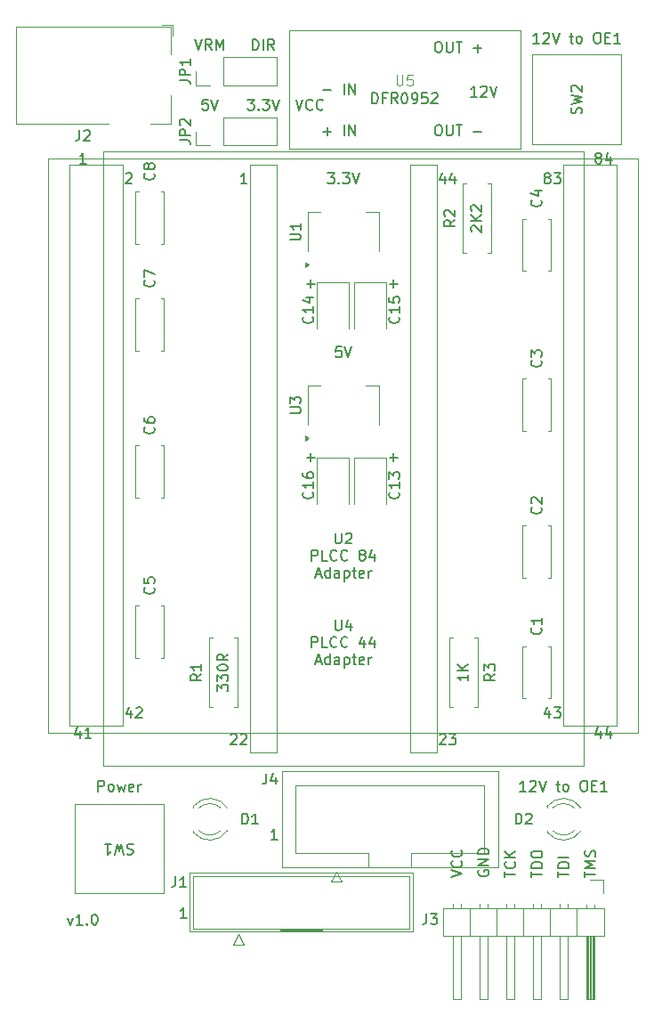
<source format=gbr>
%TF.GenerationSoftware,KiCad,Pcbnew,8.0.7*%
%TF.CreationDate,2025-02-19T22:23:28-06:00*%
%TF.ProjectId,Atmel-ATF15XX-Programming-Adapter,41746d65-6c2d-4415-9446-313558582d50,v1.0*%
%TF.SameCoordinates,Original*%
%TF.FileFunction,Legend,Top*%
%TF.FilePolarity,Positive*%
%FSLAX46Y46*%
G04 Gerber Fmt 4.6, Leading zero omitted, Abs format (unit mm)*
G04 Created by KiCad (PCBNEW 8.0.7) date 2025-02-19 22:23:28*
%MOMM*%
%LPD*%
G01*
G04 APERTURE LIST*
%ADD10C,0.150000*%
%ADD11C,0.100000*%
%ADD12C,0.120000*%
G04 APERTURE END LIST*
D10*
X159953220Y-108423152D02*
X159953220Y-109089819D01*
X159715125Y-108042200D02*
X159477030Y-108756485D01*
X159477030Y-108756485D02*
X160096077Y-108756485D01*
X160381792Y-108089819D02*
X161000839Y-108089819D01*
X161000839Y-108089819D02*
X160667506Y-108470771D01*
X160667506Y-108470771D02*
X160810363Y-108470771D01*
X160810363Y-108470771D02*
X160905601Y-108518390D01*
X160905601Y-108518390D02*
X160953220Y-108566009D01*
X160953220Y-108566009D02*
X161000839Y-108661247D01*
X161000839Y-108661247D02*
X161000839Y-108899342D01*
X161000839Y-108899342D02*
X160953220Y-108994580D01*
X160953220Y-108994580D02*
X160905601Y-109042200D01*
X160905601Y-109042200D02*
X160810363Y-109089819D01*
X160810363Y-109089819D02*
X160524649Y-109089819D01*
X160524649Y-109089819D02*
X160429411Y-109042200D01*
X160429411Y-109042200D02*
X160381792Y-108994580D01*
X158988570Y-44954819D02*
X158417142Y-44954819D01*
X158702856Y-44954819D02*
X158702856Y-43954819D01*
X158702856Y-43954819D02*
X158607618Y-44097676D01*
X158607618Y-44097676D02*
X158512380Y-44192914D01*
X158512380Y-44192914D02*
X158417142Y-44240533D01*
X159369523Y-44050057D02*
X159417142Y-44002438D01*
X159417142Y-44002438D02*
X159512380Y-43954819D01*
X159512380Y-43954819D02*
X159750475Y-43954819D01*
X159750475Y-43954819D02*
X159845713Y-44002438D01*
X159845713Y-44002438D02*
X159893332Y-44050057D01*
X159893332Y-44050057D02*
X159940951Y-44145295D01*
X159940951Y-44145295D02*
X159940951Y-44240533D01*
X159940951Y-44240533D02*
X159893332Y-44383390D01*
X159893332Y-44383390D02*
X159321904Y-44954819D01*
X159321904Y-44954819D02*
X159940951Y-44954819D01*
X160226666Y-43954819D02*
X160559999Y-44954819D01*
X160559999Y-44954819D02*
X160893332Y-43954819D01*
X161845714Y-44288152D02*
X162226666Y-44288152D01*
X161988571Y-43954819D02*
X161988571Y-44811961D01*
X161988571Y-44811961D02*
X162036190Y-44907200D01*
X162036190Y-44907200D02*
X162131428Y-44954819D01*
X162131428Y-44954819D02*
X162226666Y-44954819D01*
X162702857Y-44954819D02*
X162607619Y-44907200D01*
X162607619Y-44907200D02*
X162560000Y-44859580D01*
X162560000Y-44859580D02*
X162512381Y-44764342D01*
X162512381Y-44764342D02*
X162512381Y-44478628D01*
X162512381Y-44478628D02*
X162560000Y-44383390D01*
X162560000Y-44383390D02*
X162607619Y-44335771D01*
X162607619Y-44335771D02*
X162702857Y-44288152D01*
X162702857Y-44288152D02*
X162845714Y-44288152D01*
X162845714Y-44288152D02*
X162940952Y-44335771D01*
X162940952Y-44335771D02*
X162988571Y-44383390D01*
X162988571Y-44383390D02*
X163036190Y-44478628D01*
X163036190Y-44478628D02*
X163036190Y-44764342D01*
X163036190Y-44764342D02*
X162988571Y-44859580D01*
X162988571Y-44859580D02*
X162940952Y-44907200D01*
X162940952Y-44907200D02*
X162845714Y-44954819D01*
X162845714Y-44954819D02*
X162702857Y-44954819D01*
X164417143Y-43954819D02*
X164607619Y-43954819D01*
X164607619Y-43954819D02*
X164702857Y-44002438D01*
X164702857Y-44002438D02*
X164798095Y-44097676D01*
X164798095Y-44097676D02*
X164845714Y-44288152D01*
X164845714Y-44288152D02*
X164845714Y-44621485D01*
X164845714Y-44621485D02*
X164798095Y-44811961D01*
X164798095Y-44811961D02*
X164702857Y-44907200D01*
X164702857Y-44907200D02*
X164607619Y-44954819D01*
X164607619Y-44954819D02*
X164417143Y-44954819D01*
X164417143Y-44954819D02*
X164321905Y-44907200D01*
X164321905Y-44907200D02*
X164226667Y-44811961D01*
X164226667Y-44811961D02*
X164179048Y-44621485D01*
X164179048Y-44621485D02*
X164179048Y-44288152D01*
X164179048Y-44288152D02*
X164226667Y-44097676D01*
X164226667Y-44097676D02*
X164321905Y-44002438D01*
X164321905Y-44002438D02*
X164417143Y-43954819D01*
X165274286Y-44431009D02*
X165607619Y-44431009D01*
X165750476Y-44954819D02*
X165274286Y-44954819D01*
X165274286Y-44954819D02*
X165274286Y-43954819D01*
X165274286Y-43954819D02*
X165750476Y-43954819D01*
X166702857Y-44954819D02*
X166131429Y-44954819D01*
X166417143Y-44954819D02*
X166417143Y-43954819D01*
X166417143Y-43954819D02*
X166321905Y-44097676D01*
X166321905Y-44097676D02*
X166226667Y-44192914D01*
X166226667Y-44192914D02*
X166131429Y-44240533D01*
X159667506Y-57718390D02*
X159572268Y-57670771D01*
X159572268Y-57670771D02*
X159524649Y-57623152D01*
X159524649Y-57623152D02*
X159477030Y-57527914D01*
X159477030Y-57527914D02*
X159477030Y-57480295D01*
X159477030Y-57480295D02*
X159524649Y-57385057D01*
X159524649Y-57385057D02*
X159572268Y-57337438D01*
X159572268Y-57337438D02*
X159667506Y-57289819D01*
X159667506Y-57289819D02*
X159857982Y-57289819D01*
X159857982Y-57289819D02*
X159953220Y-57337438D01*
X159953220Y-57337438D02*
X160000839Y-57385057D01*
X160000839Y-57385057D02*
X160048458Y-57480295D01*
X160048458Y-57480295D02*
X160048458Y-57527914D01*
X160048458Y-57527914D02*
X160000839Y-57623152D01*
X160000839Y-57623152D02*
X159953220Y-57670771D01*
X159953220Y-57670771D02*
X159857982Y-57718390D01*
X159857982Y-57718390D02*
X159667506Y-57718390D01*
X159667506Y-57718390D02*
X159572268Y-57766009D01*
X159572268Y-57766009D02*
X159524649Y-57813628D01*
X159524649Y-57813628D02*
X159477030Y-57908866D01*
X159477030Y-57908866D02*
X159477030Y-58099342D01*
X159477030Y-58099342D02*
X159524649Y-58194580D01*
X159524649Y-58194580D02*
X159572268Y-58242200D01*
X159572268Y-58242200D02*
X159667506Y-58289819D01*
X159667506Y-58289819D02*
X159857982Y-58289819D01*
X159857982Y-58289819D02*
X159953220Y-58242200D01*
X159953220Y-58242200D02*
X160000839Y-58194580D01*
X160000839Y-58194580D02*
X160048458Y-58099342D01*
X160048458Y-58099342D02*
X160048458Y-57908866D01*
X160048458Y-57908866D02*
X160000839Y-57813628D01*
X160000839Y-57813628D02*
X159953220Y-57766009D01*
X159953220Y-57766009D02*
X159857982Y-57718390D01*
X160381792Y-57289819D02*
X161000839Y-57289819D01*
X161000839Y-57289819D02*
X160667506Y-57670771D01*
X160667506Y-57670771D02*
X160810363Y-57670771D01*
X160810363Y-57670771D02*
X160905601Y-57718390D01*
X160905601Y-57718390D02*
X160953220Y-57766009D01*
X160953220Y-57766009D02*
X161000839Y-57861247D01*
X161000839Y-57861247D02*
X161000839Y-58099342D01*
X161000839Y-58099342D02*
X160953220Y-58194580D01*
X160953220Y-58194580D02*
X160905601Y-58242200D01*
X160905601Y-58242200D02*
X160810363Y-58289819D01*
X160810363Y-58289819D02*
X160524649Y-58289819D01*
X160524649Y-58289819D02*
X160429411Y-58242200D01*
X160429411Y-58242200D02*
X160381792Y-58194580D01*
X131155839Y-58289819D02*
X130584411Y-58289819D01*
X130870125Y-58289819D02*
X130870125Y-57289819D01*
X130870125Y-57289819D02*
X130774887Y-57432676D01*
X130774887Y-57432676D02*
X130679649Y-57527914D01*
X130679649Y-57527914D02*
X130584411Y-57575533D01*
X131715000Y-45589819D02*
X131715000Y-44589819D01*
X131715000Y-44589819D02*
X131953095Y-44589819D01*
X131953095Y-44589819D02*
X132095952Y-44637438D01*
X132095952Y-44637438D02*
X132191190Y-44732676D01*
X132191190Y-44732676D02*
X132238809Y-44827914D01*
X132238809Y-44827914D02*
X132286428Y-45018390D01*
X132286428Y-45018390D02*
X132286428Y-45161247D01*
X132286428Y-45161247D02*
X132238809Y-45351723D01*
X132238809Y-45351723D02*
X132191190Y-45446961D01*
X132191190Y-45446961D02*
X132095952Y-45542200D01*
X132095952Y-45542200D02*
X131953095Y-45589819D01*
X131953095Y-45589819D02*
X131715000Y-45589819D01*
X132715000Y-45589819D02*
X132715000Y-44589819D01*
X133762618Y-45589819D02*
X133429285Y-45113628D01*
X133191190Y-45589819D02*
X133191190Y-44589819D01*
X133191190Y-44589819D02*
X133572142Y-44589819D01*
X133572142Y-44589819D02*
X133667380Y-44637438D01*
X133667380Y-44637438D02*
X133714999Y-44685057D01*
X133714999Y-44685057D02*
X133762618Y-44780295D01*
X133762618Y-44780295D02*
X133762618Y-44923152D01*
X133762618Y-44923152D02*
X133714999Y-45018390D01*
X133714999Y-45018390D02*
X133667380Y-45066009D01*
X133667380Y-45066009D02*
X133572142Y-45113628D01*
X133572142Y-45113628D02*
X133191190Y-45113628D01*
X155714819Y-124266077D02*
X155714819Y-123694649D01*
X156714819Y-123980363D02*
X155714819Y-123980363D01*
X156619580Y-122789887D02*
X156667200Y-122837506D01*
X156667200Y-122837506D02*
X156714819Y-122980363D01*
X156714819Y-122980363D02*
X156714819Y-123075601D01*
X156714819Y-123075601D02*
X156667200Y-123218458D01*
X156667200Y-123218458D02*
X156571961Y-123313696D01*
X156571961Y-123313696D02*
X156476723Y-123361315D01*
X156476723Y-123361315D02*
X156286247Y-123408934D01*
X156286247Y-123408934D02*
X156143390Y-123408934D01*
X156143390Y-123408934D02*
X155952914Y-123361315D01*
X155952914Y-123361315D02*
X155857676Y-123313696D01*
X155857676Y-123313696D02*
X155762438Y-123218458D01*
X155762438Y-123218458D02*
X155714819Y-123075601D01*
X155714819Y-123075601D02*
X155714819Y-122980363D01*
X155714819Y-122980363D02*
X155762438Y-122837506D01*
X155762438Y-122837506D02*
X155810057Y-122789887D01*
X156714819Y-122361315D02*
X155714819Y-122361315D01*
X156714819Y-121789887D02*
X156143390Y-122218458D01*
X155714819Y-121789887D02*
X156286247Y-122361315D01*
X160794819Y-124266077D02*
X160794819Y-123694649D01*
X161794819Y-123980363D02*
X160794819Y-123980363D01*
X161794819Y-123361315D02*
X160794819Y-123361315D01*
X160794819Y-123361315D02*
X160794819Y-123123220D01*
X160794819Y-123123220D02*
X160842438Y-122980363D01*
X160842438Y-122980363D02*
X160937676Y-122885125D01*
X160937676Y-122885125D02*
X161032914Y-122837506D01*
X161032914Y-122837506D02*
X161223390Y-122789887D01*
X161223390Y-122789887D02*
X161366247Y-122789887D01*
X161366247Y-122789887D02*
X161556723Y-122837506D01*
X161556723Y-122837506D02*
X161651961Y-122885125D01*
X161651961Y-122885125D02*
X161747200Y-122980363D01*
X161747200Y-122980363D02*
X161794819Y-123123220D01*
X161794819Y-123123220D02*
X161794819Y-123361315D01*
X161794819Y-122361315D02*
X160794819Y-122361315D01*
X158254819Y-124266077D02*
X158254819Y-123694649D01*
X159254819Y-123980363D02*
X158254819Y-123980363D01*
X159254819Y-123361315D02*
X158254819Y-123361315D01*
X158254819Y-123361315D02*
X158254819Y-123123220D01*
X158254819Y-123123220D02*
X158302438Y-122980363D01*
X158302438Y-122980363D02*
X158397676Y-122885125D01*
X158397676Y-122885125D02*
X158492914Y-122837506D01*
X158492914Y-122837506D02*
X158683390Y-122789887D01*
X158683390Y-122789887D02*
X158826247Y-122789887D01*
X158826247Y-122789887D02*
X159016723Y-122837506D01*
X159016723Y-122837506D02*
X159111961Y-122885125D01*
X159111961Y-122885125D02*
X159207200Y-122980363D01*
X159207200Y-122980363D02*
X159254819Y-123123220D01*
X159254819Y-123123220D02*
X159254819Y-123361315D01*
X158254819Y-122170839D02*
X158254819Y-121980363D01*
X158254819Y-121980363D02*
X158302438Y-121885125D01*
X158302438Y-121885125D02*
X158397676Y-121789887D01*
X158397676Y-121789887D02*
X158588152Y-121742268D01*
X158588152Y-121742268D02*
X158921485Y-121742268D01*
X158921485Y-121742268D02*
X159111961Y-121789887D01*
X159111961Y-121789887D02*
X159207200Y-121885125D01*
X159207200Y-121885125D02*
X159254819Y-121980363D01*
X159254819Y-121980363D02*
X159254819Y-122170839D01*
X159254819Y-122170839D02*
X159207200Y-122266077D01*
X159207200Y-122266077D02*
X159111961Y-122361315D01*
X159111961Y-122361315D02*
X158921485Y-122408934D01*
X158921485Y-122408934D02*
X158588152Y-122408934D01*
X158588152Y-122408934D02*
X158397676Y-122361315D01*
X158397676Y-122361315D02*
X158302438Y-122266077D01*
X158302438Y-122266077D02*
X158254819Y-122170839D01*
X120145350Y-108423152D02*
X120145350Y-109089819D01*
X119907255Y-108042200D02*
X119669160Y-108756485D01*
X119669160Y-108756485D02*
X120288207Y-108756485D01*
X120621541Y-108185057D02*
X120669160Y-108137438D01*
X120669160Y-108137438D02*
X120764398Y-108089819D01*
X120764398Y-108089819D02*
X121002493Y-108089819D01*
X121002493Y-108089819D02*
X121097731Y-108137438D01*
X121097731Y-108137438D02*
X121145350Y-108185057D01*
X121145350Y-108185057D02*
X121192969Y-108280295D01*
X121192969Y-108280295D02*
X121192969Y-108375533D01*
X121192969Y-108375533D02*
X121145350Y-108518390D01*
X121145350Y-108518390D02*
X120573922Y-109089819D01*
X120573922Y-109089819D02*
X121192969Y-109089819D01*
X144735779Y-84324866D02*
X145497684Y-84324866D01*
X145116731Y-84705819D02*
X145116731Y-83943914D01*
X119669160Y-57385057D02*
X119716779Y-57337438D01*
X119716779Y-57337438D02*
X119812017Y-57289819D01*
X119812017Y-57289819D02*
X120050112Y-57289819D01*
X120050112Y-57289819D02*
X120145350Y-57337438D01*
X120145350Y-57337438D02*
X120192969Y-57385057D01*
X120192969Y-57385057D02*
X120240588Y-57480295D01*
X120240588Y-57480295D02*
X120240588Y-57575533D01*
X120240588Y-57575533D02*
X120192969Y-57718390D01*
X120192969Y-57718390D02*
X119621541Y-58289819D01*
X119621541Y-58289819D02*
X120240588Y-58289819D01*
X163334819Y-124266077D02*
X163334819Y-123694649D01*
X164334819Y-123980363D02*
X163334819Y-123980363D01*
X164334819Y-123361315D02*
X163334819Y-123361315D01*
X163334819Y-123361315D02*
X164049104Y-123027982D01*
X164049104Y-123027982D02*
X163334819Y-122694649D01*
X163334819Y-122694649D02*
X164334819Y-122694649D01*
X164287200Y-122266077D02*
X164334819Y-122123220D01*
X164334819Y-122123220D02*
X164334819Y-121885125D01*
X164334819Y-121885125D02*
X164287200Y-121789887D01*
X164287200Y-121789887D02*
X164239580Y-121742268D01*
X164239580Y-121742268D02*
X164144342Y-121694649D01*
X164144342Y-121694649D02*
X164049104Y-121694649D01*
X164049104Y-121694649D02*
X163953866Y-121742268D01*
X163953866Y-121742268D02*
X163906247Y-121789887D01*
X163906247Y-121789887D02*
X163858628Y-121885125D01*
X163858628Y-121885125D02*
X163811009Y-122075601D01*
X163811009Y-122075601D02*
X163763390Y-122170839D01*
X163763390Y-122170839D02*
X163715771Y-122218458D01*
X163715771Y-122218458D02*
X163620533Y-122266077D01*
X163620533Y-122266077D02*
X163525295Y-122266077D01*
X163525295Y-122266077D02*
X163430057Y-122218458D01*
X163430057Y-122218458D02*
X163382438Y-122170839D01*
X163382438Y-122170839D02*
X163334819Y-122075601D01*
X163334819Y-122075601D02*
X163334819Y-121837506D01*
X163334819Y-121837506D02*
X163382438Y-121694649D01*
X153222438Y-123599411D02*
X153174819Y-123694649D01*
X153174819Y-123694649D02*
X153174819Y-123837506D01*
X153174819Y-123837506D02*
X153222438Y-123980363D01*
X153222438Y-123980363D02*
X153317676Y-124075601D01*
X153317676Y-124075601D02*
X153412914Y-124123220D01*
X153412914Y-124123220D02*
X153603390Y-124170839D01*
X153603390Y-124170839D02*
X153746247Y-124170839D01*
X153746247Y-124170839D02*
X153936723Y-124123220D01*
X153936723Y-124123220D02*
X154031961Y-124075601D01*
X154031961Y-124075601D02*
X154127200Y-123980363D01*
X154127200Y-123980363D02*
X154174819Y-123837506D01*
X154174819Y-123837506D02*
X154174819Y-123742268D01*
X154174819Y-123742268D02*
X154127200Y-123599411D01*
X154127200Y-123599411D02*
X154079580Y-123551792D01*
X154079580Y-123551792D02*
X153746247Y-123551792D01*
X153746247Y-123551792D02*
X153746247Y-123742268D01*
X154174819Y-123123220D02*
X153174819Y-123123220D01*
X153174819Y-123123220D02*
X154174819Y-122551792D01*
X154174819Y-122551792D02*
X153174819Y-122551792D01*
X154174819Y-122075601D02*
X153174819Y-122075601D01*
X153174819Y-122075601D02*
X153174819Y-121837506D01*
X153174819Y-121837506D02*
X153222438Y-121694649D01*
X153222438Y-121694649D02*
X153317676Y-121599411D01*
X153317676Y-121599411D02*
X153412914Y-121551792D01*
X153412914Y-121551792D02*
X153603390Y-121504173D01*
X153603390Y-121504173D02*
X153746247Y-121504173D01*
X153746247Y-121504173D02*
X153936723Y-121551792D01*
X153936723Y-121551792D02*
X154031961Y-121599411D01*
X154031961Y-121599411D02*
X154127200Y-121694649D01*
X154127200Y-121694649D02*
X154174819Y-121837506D01*
X154174819Y-121837506D02*
X154174819Y-122075601D01*
X136861779Y-67814866D02*
X137623684Y-67814866D01*
X137242731Y-68195819D02*
X137242731Y-67433914D01*
X114141429Y-128108152D02*
X114379524Y-128774819D01*
X114379524Y-128774819D02*
X114617619Y-128108152D01*
X115522381Y-128774819D02*
X114950953Y-128774819D01*
X115236667Y-128774819D02*
X115236667Y-127774819D01*
X115236667Y-127774819D02*
X115141429Y-127917676D01*
X115141429Y-127917676D02*
X115046191Y-128012914D01*
X115046191Y-128012914D02*
X114950953Y-128060533D01*
X115950953Y-128679580D02*
X115998572Y-128727200D01*
X115998572Y-128727200D02*
X115950953Y-128774819D01*
X115950953Y-128774819D02*
X115903334Y-128727200D01*
X115903334Y-128727200D02*
X115950953Y-128679580D01*
X115950953Y-128679580D02*
X115950953Y-128774819D01*
X116617619Y-127774819D02*
X116712857Y-127774819D01*
X116712857Y-127774819D02*
X116808095Y-127822438D01*
X116808095Y-127822438D02*
X116855714Y-127870057D01*
X116855714Y-127870057D02*
X116903333Y-127965295D01*
X116903333Y-127965295D02*
X116950952Y-128155771D01*
X116950952Y-128155771D02*
X116950952Y-128393866D01*
X116950952Y-128393866D02*
X116903333Y-128584342D01*
X116903333Y-128584342D02*
X116855714Y-128679580D01*
X116855714Y-128679580D02*
X116808095Y-128727200D01*
X116808095Y-128727200D02*
X116712857Y-128774819D01*
X116712857Y-128774819D02*
X116617619Y-128774819D01*
X116617619Y-128774819D02*
X116522381Y-128727200D01*
X116522381Y-128727200D02*
X116474762Y-128679580D01*
X116474762Y-128679580D02*
X116427143Y-128584342D01*
X116427143Y-128584342D02*
X116379524Y-128393866D01*
X116379524Y-128393866D02*
X116379524Y-128155771D01*
X116379524Y-128155771D02*
X116427143Y-127965295D01*
X116427143Y-127965295D02*
X116474762Y-127870057D01*
X116474762Y-127870057D02*
X116522381Y-127822438D01*
X116522381Y-127822438D02*
X116617619Y-127774819D01*
X164814285Y-110328152D02*
X164814285Y-110994819D01*
X164576190Y-109947200D02*
X164338095Y-110661485D01*
X164338095Y-110661485D02*
X164957142Y-110661485D01*
X165766666Y-110328152D02*
X165766666Y-110994819D01*
X165528571Y-109947200D02*
X165290476Y-110661485D01*
X165290476Y-110661485D02*
X165909523Y-110661485D01*
X127444523Y-50304819D02*
X126968333Y-50304819D01*
X126968333Y-50304819D02*
X126920714Y-50781009D01*
X126920714Y-50781009D02*
X126968333Y-50733390D01*
X126968333Y-50733390D02*
X127063571Y-50685771D01*
X127063571Y-50685771D02*
X127301666Y-50685771D01*
X127301666Y-50685771D02*
X127396904Y-50733390D01*
X127396904Y-50733390D02*
X127444523Y-50781009D01*
X127444523Y-50781009D02*
X127492142Y-50876247D01*
X127492142Y-50876247D02*
X127492142Y-51114342D01*
X127492142Y-51114342D02*
X127444523Y-51209580D01*
X127444523Y-51209580D02*
X127396904Y-51257200D01*
X127396904Y-51257200D02*
X127301666Y-51304819D01*
X127301666Y-51304819D02*
X127063571Y-51304819D01*
X127063571Y-51304819D02*
X126968333Y-51257200D01*
X126968333Y-51257200D02*
X126920714Y-51209580D01*
X127777857Y-50304819D02*
X128111190Y-51304819D01*
X128111190Y-51304819D02*
X128444523Y-50304819D01*
X131238810Y-50304819D02*
X131857857Y-50304819D01*
X131857857Y-50304819D02*
X131524524Y-50685771D01*
X131524524Y-50685771D02*
X131667381Y-50685771D01*
X131667381Y-50685771D02*
X131762619Y-50733390D01*
X131762619Y-50733390D02*
X131810238Y-50781009D01*
X131810238Y-50781009D02*
X131857857Y-50876247D01*
X131857857Y-50876247D02*
X131857857Y-51114342D01*
X131857857Y-51114342D02*
X131810238Y-51209580D01*
X131810238Y-51209580D02*
X131762619Y-51257200D01*
X131762619Y-51257200D02*
X131667381Y-51304819D01*
X131667381Y-51304819D02*
X131381667Y-51304819D01*
X131381667Y-51304819D02*
X131286429Y-51257200D01*
X131286429Y-51257200D02*
X131238810Y-51209580D01*
X132286429Y-51209580D02*
X132334048Y-51257200D01*
X132334048Y-51257200D02*
X132286429Y-51304819D01*
X132286429Y-51304819D02*
X132238810Y-51257200D01*
X132238810Y-51257200D02*
X132286429Y-51209580D01*
X132286429Y-51209580D02*
X132286429Y-51304819D01*
X132667381Y-50304819D02*
X133286428Y-50304819D01*
X133286428Y-50304819D02*
X132953095Y-50685771D01*
X132953095Y-50685771D02*
X133095952Y-50685771D01*
X133095952Y-50685771D02*
X133191190Y-50733390D01*
X133191190Y-50733390D02*
X133238809Y-50781009D01*
X133238809Y-50781009D02*
X133286428Y-50876247D01*
X133286428Y-50876247D02*
X133286428Y-51114342D01*
X133286428Y-51114342D02*
X133238809Y-51209580D01*
X133238809Y-51209580D02*
X133191190Y-51257200D01*
X133191190Y-51257200D02*
X133095952Y-51304819D01*
X133095952Y-51304819D02*
X132810238Y-51304819D01*
X132810238Y-51304819D02*
X132715000Y-51257200D01*
X132715000Y-51257200D02*
X132667381Y-51209580D01*
X133572143Y-50304819D02*
X133905476Y-51304819D01*
X133905476Y-51304819D02*
X134238809Y-50304819D01*
X140144523Y-73799819D02*
X139668333Y-73799819D01*
X139668333Y-73799819D02*
X139620714Y-74276009D01*
X139620714Y-74276009D02*
X139668333Y-74228390D01*
X139668333Y-74228390D02*
X139763571Y-74180771D01*
X139763571Y-74180771D02*
X140001666Y-74180771D01*
X140001666Y-74180771D02*
X140096904Y-74228390D01*
X140096904Y-74228390D02*
X140144523Y-74276009D01*
X140144523Y-74276009D02*
X140192142Y-74371247D01*
X140192142Y-74371247D02*
X140192142Y-74609342D01*
X140192142Y-74609342D02*
X140144523Y-74704580D01*
X140144523Y-74704580D02*
X140096904Y-74752200D01*
X140096904Y-74752200D02*
X140001666Y-74799819D01*
X140001666Y-74799819D02*
X139763571Y-74799819D01*
X139763571Y-74799819D02*
X139668333Y-74752200D01*
X139668333Y-74752200D02*
X139620714Y-74704580D01*
X140477857Y-73799819D02*
X140811190Y-74799819D01*
X140811190Y-74799819D02*
X141144523Y-73799819D01*
X149514160Y-110725057D02*
X149561779Y-110677438D01*
X149561779Y-110677438D02*
X149657017Y-110629819D01*
X149657017Y-110629819D02*
X149895112Y-110629819D01*
X149895112Y-110629819D02*
X149990350Y-110677438D01*
X149990350Y-110677438D02*
X150037969Y-110725057D01*
X150037969Y-110725057D02*
X150085588Y-110820295D01*
X150085588Y-110820295D02*
X150085588Y-110915533D01*
X150085588Y-110915533D02*
X150037969Y-111058390D01*
X150037969Y-111058390D02*
X149466541Y-111629819D01*
X149466541Y-111629819D02*
X150085588Y-111629819D01*
X150418922Y-110629819D02*
X151037969Y-110629819D01*
X151037969Y-110629819D02*
X150704636Y-111010771D01*
X150704636Y-111010771D02*
X150847493Y-111010771D01*
X150847493Y-111010771D02*
X150942731Y-111058390D01*
X150942731Y-111058390D02*
X150990350Y-111106009D01*
X150990350Y-111106009D02*
X151037969Y-111201247D01*
X151037969Y-111201247D02*
X151037969Y-111439342D01*
X151037969Y-111439342D02*
X150990350Y-111534580D01*
X150990350Y-111534580D02*
X150942731Y-111582200D01*
X150942731Y-111582200D02*
X150847493Y-111629819D01*
X150847493Y-111629819D02*
X150561779Y-111629819D01*
X150561779Y-111629819D02*
X150466541Y-111582200D01*
X150466541Y-111582200D02*
X150418922Y-111534580D01*
X144735779Y-67814866D02*
X145497684Y-67814866D01*
X145116731Y-68195819D02*
X145116731Y-67433914D01*
X136861779Y-84324866D02*
X137623684Y-84324866D01*
X137242731Y-84705819D02*
X137242731Y-83943914D01*
X150634819Y-124266077D02*
X151634819Y-123932744D01*
X151634819Y-123932744D02*
X150634819Y-123599411D01*
X151539580Y-122694649D02*
X151587200Y-122742268D01*
X151587200Y-122742268D02*
X151634819Y-122885125D01*
X151634819Y-122885125D02*
X151634819Y-122980363D01*
X151634819Y-122980363D02*
X151587200Y-123123220D01*
X151587200Y-123123220D02*
X151491961Y-123218458D01*
X151491961Y-123218458D02*
X151396723Y-123266077D01*
X151396723Y-123266077D02*
X151206247Y-123313696D01*
X151206247Y-123313696D02*
X151063390Y-123313696D01*
X151063390Y-123313696D02*
X150872914Y-123266077D01*
X150872914Y-123266077D02*
X150777676Y-123218458D01*
X150777676Y-123218458D02*
X150682438Y-123123220D01*
X150682438Y-123123220D02*
X150634819Y-122980363D01*
X150634819Y-122980363D02*
X150634819Y-122885125D01*
X150634819Y-122885125D02*
X150682438Y-122742268D01*
X150682438Y-122742268D02*
X150730057Y-122694649D01*
X151539580Y-121694649D02*
X151587200Y-121742268D01*
X151587200Y-121742268D02*
X151634819Y-121885125D01*
X151634819Y-121885125D02*
X151634819Y-121980363D01*
X151634819Y-121980363D02*
X151587200Y-122123220D01*
X151587200Y-122123220D02*
X151491961Y-122218458D01*
X151491961Y-122218458D02*
X151396723Y-122266077D01*
X151396723Y-122266077D02*
X151206247Y-122313696D01*
X151206247Y-122313696D02*
X151063390Y-122313696D01*
X151063390Y-122313696D02*
X150872914Y-122266077D01*
X150872914Y-122266077D02*
X150777676Y-122218458D01*
X150777676Y-122218458D02*
X150682438Y-122123220D01*
X150682438Y-122123220D02*
X150634819Y-121980363D01*
X150634819Y-121980363D02*
X150634819Y-121885125D01*
X150634819Y-121885125D02*
X150682438Y-121742268D01*
X150682438Y-121742268D02*
X150730057Y-121694649D01*
X164528571Y-55813390D02*
X164433333Y-55765771D01*
X164433333Y-55765771D02*
X164385714Y-55718152D01*
X164385714Y-55718152D02*
X164338095Y-55622914D01*
X164338095Y-55622914D02*
X164338095Y-55575295D01*
X164338095Y-55575295D02*
X164385714Y-55480057D01*
X164385714Y-55480057D02*
X164433333Y-55432438D01*
X164433333Y-55432438D02*
X164528571Y-55384819D01*
X164528571Y-55384819D02*
X164719047Y-55384819D01*
X164719047Y-55384819D02*
X164814285Y-55432438D01*
X164814285Y-55432438D02*
X164861904Y-55480057D01*
X164861904Y-55480057D02*
X164909523Y-55575295D01*
X164909523Y-55575295D02*
X164909523Y-55622914D01*
X164909523Y-55622914D02*
X164861904Y-55718152D01*
X164861904Y-55718152D02*
X164814285Y-55765771D01*
X164814285Y-55765771D02*
X164719047Y-55813390D01*
X164719047Y-55813390D02*
X164528571Y-55813390D01*
X164528571Y-55813390D02*
X164433333Y-55861009D01*
X164433333Y-55861009D02*
X164385714Y-55908628D01*
X164385714Y-55908628D02*
X164338095Y-56003866D01*
X164338095Y-56003866D02*
X164338095Y-56194342D01*
X164338095Y-56194342D02*
X164385714Y-56289580D01*
X164385714Y-56289580D02*
X164433333Y-56337200D01*
X164433333Y-56337200D02*
X164528571Y-56384819D01*
X164528571Y-56384819D02*
X164719047Y-56384819D01*
X164719047Y-56384819D02*
X164814285Y-56337200D01*
X164814285Y-56337200D02*
X164861904Y-56289580D01*
X164861904Y-56289580D02*
X164909523Y-56194342D01*
X164909523Y-56194342D02*
X164909523Y-56003866D01*
X164909523Y-56003866D02*
X164861904Y-55908628D01*
X164861904Y-55908628D02*
X164814285Y-55861009D01*
X164814285Y-55861009D02*
X164719047Y-55813390D01*
X165766666Y-55718152D02*
X165766666Y-56384819D01*
X165528571Y-55337200D02*
X165290476Y-56051485D01*
X165290476Y-56051485D02*
X165909523Y-56051485D01*
X137335000Y-102399875D02*
X137335000Y-101399875D01*
X137335000Y-101399875D02*
X137715952Y-101399875D01*
X137715952Y-101399875D02*
X137811190Y-101447494D01*
X137811190Y-101447494D02*
X137858809Y-101495113D01*
X137858809Y-101495113D02*
X137906428Y-101590351D01*
X137906428Y-101590351D02*
X137906428Y-101733208D01*
X137906428Y-101733208D02*
X137858809Y-101828446D01*
X137858809Y-101828446D02*
X137811190Y-101876065D01*
X137811190Y-101876065D02*
X137715952Y-101923684D01*
X137715952Y-101923684D02*
X137335000Y-101923684D01*
X138811190Y-102399875D02*
X138335000Y-102399875D01*
X138335000Y-102399875D02*
X138335000Y-101399875D01*
X139715952Y-102304636D02*
X139668333Y-102352256D01*
X139668333Y-102352256D02*
X139525476Y-102399875D01*
X139525476Y-102399875D02*
X139430238Y-102399875D01*
X139430238Y-102399875D02*
X139287381Y-102352256D01*
X139287381Y-102352256D02*
X139192143Y-102257017D01*
X139192143Y-102257017D02*
X139144524Y-102161779D01*
X139144524Y-102161779D02*
X139096905Y-101971303D01*
X139096905Y-101971303D02*
X139096905Y-101828446D01*
X139096905Y-101828446D02*
X139144524Y-101637970D01*
X139144524Y-101637970D02*
X139192143Y-101542732D01*
X139192143Y-101542732D02*
X139287381Y-101447494D01*
X139287381Y-101447494D02*
X139430238Y-101399875D01*
X139430238Y-101399875D02*
X139525476Y-101399875D01*
X139525476Y-101399875D02*
X139668333Y-101447494D01*
X139668333Y-101447494D02*
X139715952Y-101495113D01*
X140715952Y-102304636D02*
X140668333Y-102352256D01*
X140668333Y-102352256D02*
X140525476Y-102399875D01*
X140525476Y-102399875D02*
X140430238Y-102399875D01*
X140430238Y-102399875D02*
X140287381Y-102352256D01*
X140287381Y-102352256D02*
X140192143Y-102257017D01*
X140192143Y-102257017D02*
X140144524Y-102161779D01*
X140144524Y-102161779D02*
X140096905Y-101971303D01*
X140096905Y-101971303D02*
X140096905Y-101828446D01*
X140096905Y-101828446D02*
X140144524Y-101637970D01*
X140144524Y-101637970D02*
X140192143Y-101542732D01*
X140192143Y-101542732D02*
X140287381Y-101447494D01*
X140287381Y-101447494D02*
X140430238Y-101399875D01*
X140430238Y-101399875D02*
X140525476Y-101399875D01*
X140525476Y-101399875D02*
X140668333Y-101447494D01*
X140668333Y-101447494D02*
X140715952Y-101495113D01*
X142335000Y-101733208D02*
X142335000Y-102399875D01*
X142096905Y-101352256D02*
X141858810Y-102066541D01*
X141858810Y-102066541D02*
X142477857Y-102066541D01*
X143287381Y-101733208D02*
X143287381Y-102399875D01*
X143049286Y-101352256D02*
X142811191Y-102066541D01*
X142811191Y-102066541D02*
X143430238Y-102066541D01*
X137715952Y-103724104D02*
X138192142Y-103724104D01*
X137620714Y-104009819D02*
X137954047Y-103009819D01*
X137954047Y-103009819D02*
X138287380Y-104009819D01*
X139049285Y-104009819D02*
X139049285Y-103009819D01*
X139049285Y-103962200D02*
X138954047Y-104009819D01*
X138954047Y-104009819D02*
X138763571Y-104009819D01*
X138763571Y-104009819D02*
X138668333Y-103962200D01*
X138668333Y-103962200D02*
X138620714Y-103914580D01*
X138620714Y-103914580D02*
X138573095Y-103819342D01*
X138573095Y-103819342D02*
X138573095Y-103533628D01*
X138573095Y-103533628D02*
X138620714Y-103438390D01*
X138620714Y-103438390D02*
X138668333Y-103390771D01*
X138668333Y-103390771D02*
X138763571Y-103343152D01*
X138763571Y-103343152D02*
X138954047Y-103343152D01*
X138954047Y-103343152D02*
X139049285Y-103390771D01*
X139954047Y-104009819D02*
X139954047Y-103486009D01*
X139954047Y-103486009D02*
X139906428Y-103390771D01*
X139906428Y-103390771D02*
X139811190Y-103343152D01*
X139811190Y-103343152D02*
X139620714Y-103343152D01*
X139620714Y-103343152D02*
X139525476Y-103390771D01*
X139954047Y-103962200D02*
X139858809Y-104009819D01*
X139858809Y-104009819D02*
X139620714Y-104009819D01*
X139620714Y-104009819D02*
X139525476Y-103962200D01*
X139525476Y-103962200D02*
X139477857Y-103866961D01*
X139477857Y-103866961D02*
X139477857Y-103771723D01*
X139477857Y-103771723D02*
X139525476Y-103676485D01*
X139525476Y-103676485D02*
X139620714Y-103628866D01*
X139620714Y-103628866D02*
X139858809Y-103628866D01*
X139858809Y-103628866D02*
X139954047Y-103581247D01*
X140430238Y-103343152D02*
X140430238Y-104343152D01*
X140430238Y-103390771D02*
X140525476Y-103343152D01*
X140525476Y-103343152D02*
X140715952Y-103343152D01*
X140715952Y-103343152D02*
X140811190Y-103390771D01*
X140811190Y-103390771D02*
X140858809Y-103438390D01*
X140858809Y-103438390D02*
X140906428Y-103533628D01*
X140906428Y-103533628D02*
X140906428Y-103819342D01*
X140906428Y-103819342D02*
X140858809Y-103914580D01*
X140858809Y-103914580D02*
X140811190Y-103962200D01*
X140811190Y-103962200D02*
X140715952Y-104009819D01*
X140715952Y-104009819D02*
X140525476Y-104009819D01*
X140525476Y-104009819D02*
X140430238Y-103962200D01*
X141192143Y-103343152D02*
X141573095Y-103343152D01*
X141335000Y-103009819D02*
X141335000Y-103866961D01*
X141335000Y-103866961D02*
X141382619Y-103962200D01*
X141382619Y-103962200D02*
X141477857Y-104009819D01*
X141477857Y-104009819D02*
X141573095Y-104009819D01*
X142287381Y-103962200D02*
X142192143Y-104009819D01*
X142192143Y-104009819D02*
X142001667Y-104009819D01*
X142001667Y-104009819D02*
X141906429Y-103962200D01*
X141906429Y-103962200D02*
X141858810Y-103866961D01*
X141858810Y-103866961D02*
X141858810Y-103486009D01*
X141858810Y-103486009D02*
X141906429Y-103390771D01*
X141906429Y-103390771D02*
X142001667Y-103343152D01*
X142001667Y-103343152D02*
X142192143Y-103343152D01*
X142192143Y-103343152D02*
X142287381Y-103390771D01*
X142287381Y-103390771D02*
X142335000Y-103486009D01*
X142335000Y-103486009D02*
X142335000Y-103581247D01*
X142335000Y-103581247D02*
X141858810Y-103676485D01*
X142763572Y-104009819D02*
X142763572Y-103343152D01*
X142763572Y-103533628D02*
X142811191Y-103438390D01*
X142811191Y-103438390D02*
X142858810Y-103390771D01*
X142858810Y-103390771D02*
X142954048Y-103343152D01*
X142954048Y-103343152D02*
X143049286Y-103343152D01*
X115284285Y-110328152D02*
X115284285Y-110994819D01*
X115046190Y-109947200D02*
X114808095Y-110661485D01*
X114808095Y-110661485D02*
X115427142Y-110661485D01*
X116331904Y-110994819D02*
X115760476Y-110994819D01*
X116046190Y-110994819D02*
X116046190Y-109994819D01*
X116046190Y-109994819D02*
X115950952Y-110137676D01*
X115950952Y-110137676D02*
X115855714Y-110232914D01*
X115855714Y-110232914D02*
X115760476Y-110280533D01*
X129632030Y-110725057D02*
X129679649Y-110677438D01*
X129679649Y-110677438D02*
X129774887Y-110629819D01*
X129774887Y-110629819D02*
X130012982Y-110629819D01*
X130012982Y-110629819D02*
X130108220Y-110677438D01*
X130108220Y-110677438D02*
X130155839Y-110725057D01*
X130155839Y-110725057D02*
X130203458Y-110820295D01*
X130203458Y-110820295D02*
X130203458Y-110915533D01*
X130203458Y-110915533D02*
X130155839Y-111058390D01*
X130155839Y-111058390D02*
X129584411Y-111629819D01*
X129584411Y-111629819D02*
X130203458Y-111629819D01*
X130584411Y-110725057D02*
X130632030Y-110677438D01*
X130632030Y-110677438D02*
X130727268Y-110629819D01*
X130727268Y-110629819D02*
X130965363Y-110629819D01*
X130965363Y-110629819D02*
X131060601Y-110677438D01*
X131060601Y-110677438D02*
X131108220Y-110725057D01*
X131108220Y-110725057D02*
X131155839Y-110820295D01*
X131155839Y-110820295D02*
X131155839Y-110915533D01*
X131155839Y-110915533D02*
X131108220Y-111058390D01*
X131108220Y-111058390D02*
X130536792Y-111629819D01*
X130536792Y-111629819D02*
X131155839Y-111629819D01*
X138858810Y-57289819D02*
X139477857Y-57289819D01*
X139477857Y-57289819D02*
X139144524Y-57670771D01*
X139144524Y-57670771D02*
X139287381Y-57670771D01*
X139287381Y-57670771D02*
X139382619Y-57718390D01*
X139382619Y-57718390D02*
X139430238Y-57766009D01*
X139430238Y-57766009D02*
X139477857Y-57861247D01*
X139477857Y-57861247D02*
X139477857Y-58099342D01*
X139477857Y-58099342D02*
X139430238Y-58194580D01*
X139430238Y-58194580D02*
X139382619Y-58242200D01*
X139382619Y-58242200D02*
X139287381Y-58289819D01*
X139287381Y-58289819D02*
X139001667Y-58289819D01*
X139001667Y-58289819D02*
X138906429Y-58242200D01*
X138906429Y-58242200D02*
X138858810Y-58194580D01*
X139906429Y-58194580D02*
X139954048Y-58242200D01*
X139954048Y-58242200D02*
X139906429Y-58289819D01*
X139906429Y-58289819D02*
X139858810Y-58242200D01*
X139858810Y-58242200D02*
X139906429Y-58194580D01*
X139906429Y-58194580D02*
X139906429Y-58289819D01*
X140287381Y-57289819D02*
X140906428Y-57289819D01*
X140906428Y-57289819D02*
X140573095Y-57670771D01*
X140573095Y-57670771D02*
X140715952Y-57670771D01*
X140715952Y-57670771D02*
X140811190Y-57718390D01*
X140811190Y-57718390D02*
X140858809Y-57766009D01*
X140858809Y-57766009D02*
X140906428Y-57861247D01*
X140906428Y-57861247D02*
X140906428Y-58099342D01*
X140906428Y-58099342D02*
X140858809Y-58194580D01*
X140858809Y-58194580D02*
X140811190Y-58242200D01*
X140811190Y-58242200D02*
X140715952Y-58289819D01*
X140715952Y-58289819D02*
X140430238Y-58289819D01*
X140430238Y-58289819D02*
X140335000Y-58242200D01*
X140335000Y-58242200D02*
X140287381Y-58194580D01*
X141192143Y-57289819D02*
X141525476Y-58289819D01*
X141525476Y-58289819D02*
X141858809Y-57289819D01*
X137335000Y-94144875D02*
X137335000Y-93144875D01*
X137335000Y-93144875D02*
X137715952Y-93144875D01*
X137715952Y-93144875D02*
X137811190Y-93192494D01*
X137811190Y-93192494D02*
X137858809Y-93240113D01*
X137858809Y-93240113D02*
X137906428Y-93335351D01*
X137906428Y-93335351D02*
X137906428Y-93478208D01*
X137906428Y-93478208D02*
X137858809Y-93573446D01*
X137858809Y-93573446D02*
X137811190Y-93621065D01*
X137811190Y-93621065D02*
X137715952Y-93668684D01*
X137715952Y-93668684D02*
X137335000Y-93668684D01*
X138811190Y-94144875D02*
X138335000Y-94144875D01*
X138335000Y-94144875D02*
X138335000Y-93144875D01*
X139715952Y-94049636D02*
X139668333Y-94097256D01*
X139668333Y-94097256D02*
X139525476Y-94144875D01*
X139525476Y-94144875D02*
X139430238Y-94144875D01*
X139430238Y-94144875D02*
X139287381Y-94097256D01*
X139287381Y-94097256D02*
X139192143Y-94002017D01*
X139192143Y-94002017D02*
X139144524Y-93906779D01*
X139144524Y-93906779D02*
X139096905Y-93716303D01*
X139096905Y-93716303D02*
X139096905Y-93573446D01*
X139096905Y-93573446D02*
X139144524Y-93382970D01*
X139144524Y-93382970D02*
X139192143Y-93287732D01*
X139192143Y-93287732D02*
X139287381Y-93192494D01*
X139287381Y-93192494D02*
X139430238Y-93144875D01*
X139430238Y-93144875D02*
X139525476Y-93144875D01*
X139525476Y-93144875D02*
X139668333Y-93192494D01*
X139668333Y-93192494D02*
X139715952Y-93240113D01*
X140715952Y-94049636D02*
X140668333Y-94097256D01*
X140668333Y-94097256D02*
X140525476Y-94144875D01*
X140525476Y-94144875D02*
X140430238Y-94144875D01*
X140430238Y-94144875D02*
X140287381Y-94097256D01*
X140287381Y-94097256D02*
X140192143Y-94002017D01*
X140192143Y-94002017D02*
X140144524Y-93906779D01*
X140144524Y-93906779D02*
X140096905Y-93716303D01*
X140096905Y-93716303D02*
X140096905Y-93573446D01*
X140096905Y-93573446D02*
X140144524Y-93382970D01*
X140144524Y-93382970D02*
X140192143Y-93287732D01*
X140192143Y-93287732D02*
X140287381Y-93192494D01*
X140287381Y-93192494D02*
X140430238Y-93144875D01*
X140430238Y-93144875D02*
X140525476Y-93144875D01*
X140525476Y-93144875D02*
X140668333Y-93192494D01*
X140668333Y-93192494D02*
X140715952Y-93240113D01*
X142049286Y-93573446D02*
X141954048Y-93525827D01*
X141954048Y-93525827D02*
X141906429Y-93478208D01*
X141906429Y-93478208D02*
X141858810Y-93382970D01*
X141858810Y-93382970D02*
X141858810Y-93335351D01*
X141858810Y-93335351D02*
X141906429Y-93240113D01*
X141906429Y-93240113D02*
X141954048Y-93192494D01*
X141954048Y-93192494D02*
X142049286Y-93144875D01*
X142049286Y-93144875D02*
X142239762Y-93144875D01*
X142239762Y-93144875D02*
X142335000Y-93192494D01*
X142335000Y-93192494D02*
X142382619Y-93240113D01*
X142382619Y-93240113D02*
X142430238Y-93335351D01*
X142430238Y-93335351D02*
X142430238Y-93382970D01*
X142430238Y-93382970D02*
X142382619Y-93478208D01*
X142382619Y-93478208D02*
X142335000Y-93525827D01*
X142335000Y-93525827D02*
X142239762Y-93573446D01*
X142239762Y-93573446D02*
X142049286Y-93573446D01*
X142049286Y-93573446D02*
X141954048Y-93621065D01*
X141954048Y-93621065D02*
X141906429Y-93668684D01*
X141906429Y-93668684D02*
X141858810Y-93763922D01*
X141858810Y-93763922D02*
X141858810Y-93954398D01*
X141858810Y-93954398D02*
X141906429Y-94049636D01*
X141906429Y-94049636D02*
X141954048Y-94097256D01*
X141954048Y-94097256D02*
X142049286Y-94144875D01*
X142049286Y-94144875D02*
X142239762Y-94144875D01*
X142239762Y-94144875D02*
X142335000Y-94097256D01*
X142335000Y-94097256D02*
X142382619Y-94049636D01*
X142382619Y-94049636D02*
X142430238Y-93954398D01*
X142430238Y-93954398D02*
X142430238Y-93763922D01*
X142430238Y-93763922D02*
X142382619Y-93668684D01*
X142382619Y-93668684D02*
X142335000Y-93621065D01*
X142335000Y-93621065D02*
X142239762Y-93573446D01*
X143287381Y-93478208D02*
X143287381Y-94144875D01*
X143049286Y-93097256D02*
X142811191Y-93811541D01*
X142811191Y-93811541D02*
X143430238Y-93811541D01*
X137715952Y-95469104D02*
X138192142Y-95469104D01*
X137620714Y-95754819D02*
X137954047Y-94754819D01*
X137954047Y-94754819D02*
X138287380Y-95754819D01*
X139049285Y-95754819D02*
X139049285Y-94754819D01*
X139049285Y-95707200D02*
X138954047Y-95754819D01*
X138954047Y-95754819D02*
X138763571Y-95754819D01*
X138763571Y-95754819D02*
X138668333Y-95707200D01*
X138668333Y-95707200D02*
X138620714Y-95659580D01*
X138620714Y-95659580D02*
X138573095Y-95564342D01*
X138573095Y-95564342D02*
X138573095Y-95278628D01*
X138573095Y-95278628D02*
X138620714Y-95183390D01*
X138620714Y-95183390D02*
X138668333Y-95135771D01*
X138668333Y-95135771D02*
X138763571Y-95088152D01*
X138763571Y-95088152D02*
X138954047Y-95088152D01*
X138954047Y-95088152D02*
X139049285Y-95135771D01*
X139954047Y-95754819D02*
X139954047Y-95231009D01*
X139954047Y-95231009D02*
X139906428Y-95135771D01*
X139906428Y-95135771D02*
X139811190Y-95088152D01*
X139811190Y-95088152D02*
X139620714Y-95088152D01*
X139620714Y-95088152D02*
X139525476Y-95135771D01*
X139954047Y-95707200D02*
X139858809Y-95754819D01*
X139858809Y-95754819D02*
X139620714Y-95754819D01*
X139620714Y-95754819D02*
X139525476Y-95707200D01*
X139525476Y-95707200D02*
X139477857Y-95611961D01*
X139477857Y-95611961D02*
X139477857Y-95516723D01*
X139477857Y-95516723D02*
X139525476Y-95421485D01*
X139525476Y-95421485D02*
X139620714Y-95373866D01*
X139620714Y-95373866D02*
X139858809Y-95373866D01*
X139858809Y-95373866D02*
X139954047Y-95326247D01*
X140430238Y-95088152D02*
X140430238Y-96088152D01*
X140430238Y-95135771D02*
X140525476Y-95088152D01*
X140525476Y-95088152D02*
X140715952Y-95088152D01*
X140715952Y-95088152D02*
X140811190Y-95135771D01*
X140811190Y-95135771D02*
X140858809Y-95183390D01*
X140858809Y-95183390D02*
X140906428Y-95278628D01*
X140906428Y-95278628D02*
X140906428Y-95564342D01*
X140906428Y-95564342D02*
X140858809Y-95659580D01*
X140858809Y-95659580D02*
X140811190Y-95707200D01*
X140811190Y-95707200D02*
X140715952Y-95754819D01*
X140715952Y-95754819D02*
X140525476Y-95754819D01*
X140525476Y-95754819D02*
X140430238Y-95707200D01*
X141192143Y-95088152D02*
X141573095Y-95088152D01*
X141335000Y-94754819D02*
X141335000Y-95611961D01*
X141335000Y-95611961D02*
X141382619Y-95707200D01*
X141382619Y-95707200D02*
X141477857Y-95754819D01*
X141477857Y-95754819D02*
X141573095Y-95754819D01*
X142287381Y-95707200D02*
X142192143Y-95754819D01*
X142192143Y-95754819D02*
X142001667Y-95754819D01*
X142001667Y-95754819D02*
X141906429Y-95707200D01*
X141906429Y-95707200D02*
X141858810Y-95611961D01*
X141858810Y-95611961D02*
X141858810Y-95231009D01*
X141858810Y-95231009D02*
X141906429Y-95135771D01*
X141906429Y-95135771D02*
X142001667Y-95088152D01*
X142001667Y-95088152D02*
X142192143Y-95088152D01*
X142192143Y-95088152D02*
X142287381Y-95135771D01*
X142287381Y-95135771D02*
X142335000Y-95231009D01*
X142335000Y-95231009D02*
X142335000Y-95326247D01*
X142335000Y-95326247D02*
X141858810Y-95421485D01*
X142763572Y-95754819D02*
X142763572Y-95088152D01*
X142763572Y-95278628D02*
X142811191Y-95183390D01*
X142811191Y-95183390D02*
X142858810Y-95135771D01*
X142858810Y-95135771D02*
X142954048Y-95088152D01*
X142954048Y-95088152D02*
X143049286Y-95088152D01*
X126230238Y-44589819D02*
X126563571Y-45589819D01*
X126563571Y-45589819D02*
X126896904Y-44589819D01*
X127801666Y-45589819D02*
X127468333Y-45113628D01*
X127230238Y-45589819D02*
X127230238Y-44589819D01*
X127230238Y-44589819D02*
X127611190Y-44589819D01*
X127611190Y-44589819D02*
X127706428Y-44637438D01*
X127706428Y-44637438D02*
X127754047Y-44685057D01*
X127754047Y-44685057D02*
X127801666Y-44780295D01*
X127801666Y-44780295D02*
X127801666Y-44923152D01*
X127801666Y-44923152D02*
X127754047Y-45018390D01*
X127754047Y-45018390D02*
X127706428Y-45066009D01*
X127706428Y-45066009D02*
X127611190Y-45113628D01*
X127611190Y-45113628D02*
X127230238Y-45113628D01*
X128230238Y-45589819D02*
X128230238Y-44589819D01*
X128230238Y-44589819D02*
X128563571Y-45304104D01*
X128563571Y-45304104D02*
X128896904Y-44589819D01*
X128896904Y-44589819D02*
X128896904Y-45589819D01*
X157718570Y-116074819D02*
X157147142Y-116074819D01*
X157432856Y-116074819D02*
X157432856Y-115074819D01*
X157432856Y-115074819D02*
X157337618Y-115217676D01*
X157337618Y-115217676D02*
X157242380Y-115312914D01*
X157242380Y-115312914D02*
X157147142Y-115360533D01*
X158099523Y-115170057D02*
X158147142Y-115122438D01*
X158147142Y-115122438D02*
X158242380Y-115074819D01*
X158242380Y-115074819D02*
X158480475Y-115074819D01*
X158480475Y-115074819D02*
X158575713Y-115122438D01*
X158575713Y-115122438D02*
X158623332Y-115170057D01*
X158623332Y-115170057D02*
X158670951Y-115265295D01*
X158670951Y-115265295D02*
X158670951Y-115360533D01*
X158670951Y-115360533D02*
X158623332Y-115503390D01*
X158623332Y-115503390D02*
X158051904Y-116074819D01*
X158051904Y-116074819D02*
X158670951Y-116074819D01*
X158956666Y-115074819D02*
X159289999Y-116074819D01*
X159289999Y-116074819D02*
X159623332Y-115074819D01*
X160575714Y-115408152D02*
X160956666Y-115408152D01*
X160718571Y-115074819D02*
X160718571Y-115931961D01*
X160718571Y-115931961D02*
X160766190Y-116027200D01*
X160766190Y-116027200D02*
X160861428Y-116074819D01*
X160861428Y-116074819D02*
X160956666Y-116074819D01*
X161432857Y-116074819D02*
X161337619Y-116027200D01*
X161337619Y-116027200D02*
X161290000Y-115979580D01*
X161290000Y-115979580D02*
X161242381Y-115884342D01*
X161242381Y-115884342D02*
X161242381Y-115598628D01*
X161242381Y-115598628D02*
X161290000Y-115503390D01*
X161290000Y-115503390D02*
X161337619Y-115455771D01*
X161337619Y-115455771D02*
X161432857Y-115408152D01*
X161432857Y-115408152D02*
X161575714Y-115408152D01*
X161575714Y-115408152D02*
X161670952Y-115455771D01*
X161670952Y-115455771D02*
X161718571Y-115503390D01*
X161718571Y-115503390D02*
X161766190Y-115598628D01*
X161766190Y-115598628D02*
X161766190Y-115884342D01*
X161766190Y-115884342D02*
X161718571Y-115979580D01*
X161718571Y-115979580D02*
X161670952Y-116027200D01*
X161670952Y-116027200D02*
X161575714Y-116074819D01*
X161575714Y-116074819D02*
X161432857Y-116074819D01*
X163147143Y-115074819D02*
X163337619Y-115074819D01*
X163337619Y-115074819D02*
X163432857Y-115122438D01*
X163432857Y-115122438D02*
X163528095Y-115217676D01*
X163528095Y-115217676D02*
X163575714Y-115408152D01*
X163575714Y-115408152D02*
X163575714Y-115741485D01*
X163575714Y-115741485D02*
X163528095Y-115931961D01*
X163528095Y-115931961D02*
X163432857Y-116027200D01*
X163432857Y-116027200D02*
X163337619Y-116074819D01*
X163337619Y-116074819D02*
X163147143Y-116074819D01*
X163147143Y-116074819D02*
X163051905Y-116027200D01*
X163051905Y-116027200D02*
X162956667Y-115931961D01*
X162956667Y-115931961D02*
X162909048Y-115741485D01*
X162909048Y-115741485D02*
X162909048Y-115408152D01*
X162909048Y-115408152D02*
X162956667Y-115217676D01*
X162956667Y-115217676D02*
X163051905Y-115122438D01*
X163051905Y-115122438D02*
X163147143Y-115074819D01*
X164004286Y-115551009D02*
X164337619Y-115551009D01*
X164480476Y-116074819D02*
X164004286Y-116074819D01*
X164004286Y-116074819D02*
X164004286Y-115074819D01*
X164004286Y-115074819D02*
X164480476Y-115074819D01*
X165432857Y-116074819D02*
X164861429Y-116074819D01*
X165147143Y-116074819D02*
X165147143Y-115074819D01*
X165147143Y-115074819D02*
X165051905Y-115217676D01*
X165051905Y-115217676D02*
X164956667Y-115312914D01*
X164956667Y-115312914D02*
X164861429Y-115360533D01*
X134076839Y-120646819D02*
X133505411Y-120646819D01*
X133791125Y-120646819D02*
X133791125Y-119646819D01*
X133791125Y-119646819D02*
X133695887Y-119789676D01*
X133695887Y-119789676D02*
X133600649Y-119884914D01*
X133600649Y-119884914D02*
X133505411Y-119932533D01*
X153050952Y-50034819D02*
X152479524Y-50034819D01*
X152765238Y-50034819D02*
X152765238Y-49034819D01*
X152765238Y-49034819D02*
X152670000Y-49177676D01*
X152670000Y-49177676D02*
X152574762Y-49272914D01*
X152574762Y-49272914D02*
X152479524Y-49320533D01*
X153431905Y-49130057D02*
X153479524Y-49082438D01*
X153479524Y-49082438D02*
X153574762Y-49034819D01*
X153574762Y-49034819D02*
X153812857Y-49034819D01*
X153812857Y-49034819D02*
X153908095Y-49082438D01*
X153908095Y-49082438D02*
X153955714Y-49130057D01*
X153955714Y-49130057D02*
X154003333Y-49225295D01*
X154003333Y-49225295D02*
X154003333Y-49320533D01*
X154003333Y-49320533D02*
X153955714Y-49463390D01*
X153955714Y-49463390D02*
X153384286Y-50034819D01*
X153384286Y-50034819D02*
X154003333Y-50034819D01*
X154289048Y-49034819D02*
X154622381Y-50034819D01*
X154622381Y-50034819D02*
X154955714Y-49034819D01*
X115855714Y-56384819D02*
X115284286Y-56384819D01*
X115570000Y-56384819D02*
X115570000Y-55384819D01*
X115570000Y-55384819D02*
X115474762Y-55527676D01*
X115474762Y-55527676D02*
X115379524Y-55622914D01*
X115379524Y-55622914D02*
X115284286Y-55670533D01*
X135826667Y-50304819D02*
X136160000Y-51304819D01*
X136160000Y-51304819D02*
X136493333Y-50304819D01*
X137398095Y-51209580D02*
X137350476Y-51257200D01*
X137350476Y-51257200D02*
X137207619Y-51304819D01*
X137207619Y-51304819D02*
X137112381Y-51304819D01*
X137112381Y-51304819D02*
X136969524Y-51257200D01*
X136969524Y-51257200D02*
X136874286Y-51161961D01*
X136874286Y-51161961D02*
X136826667Y-51066723D01*
X136826667Y-51066723D02*
X136779048Y-50876247D01*
X136779048Y-50876247D02*
X136779048Y-50733390D01*
X136779048Y-50733390D02*
X136826667Y-50542914D01*
X136826667Y-50542914D02*
X136874286Y-50447676D01*
X136874286Y-50447676D02*
X136969524Y-50352438D01*
X136969524Y-50352438D02*
X137112381Y-50304819D01*
X137112381Y-50304819D02*
X137207619Y-50304819D01*
X137207619Y-50304819D02*
X137350476Y-50352438D01*
X137350476Y-50352438D02*
X137398095Y-50400057D01*
X138398095Y-51209580D02*
X138350476Y-51257200D01*
X138350476Y-51257200D02*
X138207619Y-51304819D01*
X138207619Y-51304819D02*
X138112381Y-51304819D01*
X138112381Y-51304819D02*
X137969524Y-51257200D01*
X137969524Y-51257200D02*
X137874286Y-51161961D01*
X137874286Y-51161961D02*
X137826667Y-51066723D01*
X137826667Y-51066723D02*
X137779048Y-50876247D01*
X137779048Y-50876247D02*
X137779048Y-50733390D01*
X137779048Y-50733390D02*
X137826667Y-50542914D01*
X137826667Y-50542914D02*
X137874286Y-50447676D01*
X137874286Y-50447676D02*
X137969524Y-50352438D01*
X137969524Y-50352438D02*
X138112381Y-50304819D01*
X138112381Y-50304819D02*
X138207619Y-50304819D01*
X138207619Y-50304819D02*
X138350476Y-50352438D01*
X138350476Y-50352438D02*
X138398095Y-50400057D01*
X149990350Y-57623152D02*
X149990350Y-58289819D01*
X149752255Y-57242200D02*
X149514160Y-57956485D01*
X149514160Y-57956485D02*
X150133207Y-57956485D01*
X150942731Y-57623152D02*
X150942731Y-58289819D01*
X150704636Y-57242200D02*
X150466541Y-57956485D01*
X150466541Y-57956485D02*
X151085588Y-57956485D01*
X117022809Y-116074819D02*
X117022809Y-115074819D01*
X117022809Y-115074819D02*
X117403761Y-115074819D01*
X117403761Y-115074819D02*
X117498999Y-115122438D01*
X117498999Y-115122438D02*
X117546618Y-115170057D01*
X117546618Y-115170057D02*
X117594237Y-115265295D01*
X117594237Y-115265295D02*
X117594237Y-115408152D01*
X117594237Y-115408152D02*
X117546618Y-115503390D01*
X117546618Y-115503390D02*
X117498999Y-115551009D01*
X117498999Y-115551009D02*
X117403761Y-115598628D01*
X117403761Y-115598628D02*
X117022809Y-115598628D01*
X118165666Y-116074819D02*
X118070428Y-116027200D01*
X118070428Y-116027200D02*
X118022809Y-115979580D01*
X118022809Y-115979580D02*
X117975190Y-115884342D01*
X117975190Y-115884342D02*
X117975190Y-115598628D01*
X117975190Y-115598628D02*
X118022809Y-115503390D01*
X118022809Y-115503390D02*
X118070428Y-115455771D01*
X118070428Y-115455771D02*
X118165666Y-115408152D01*
X118165666Y-115408152D02*
X118308523Y-115408152D01*
X118308523Y-115408152D02*
X118403761Y-115455771D01*
X118403761Y-115455771D02*
X118451380Y-115503390D01*
X118451380Y-115503390D02*
X118498999Y-115598628D01*
X118498999Y-115598628D02*
X118498999Y-115884342D01*
X118498999Y-115884342D02*
X118451380Y-115979580D01*
X118451380Y-115979580D02*
X118403761Y-116027200D01*
X118403761Y-116027200D02*
X118308523Y-116074819D01*
X118308523Y-116074819D02*
X118165666Y-116074819D01*
X118832333Y-115408152D02*
X119022809Y-116074819D01*
X119022809Y-116074819D02*
X119213285Y-115598628D01*
X119213285Y-115598628D02*
X119403761Y-116074819D01*
X119403761Y-116074819D02*
X119594237Y-115408152D01*
X120356142Y-116027200D02*
X120260904Y-116074819D01*
X120260904Y-116074819D02*
X120070428Y-116074819D01*
X120070428Y-116074819D02*
X119975190Y-116027200D01*
X119975190Y-116027200D02*
X119927571Y-115931961D01*
X119927571Y-115931961D02*
X119927571Y-115551009D01*
X119927571Y-115551009D02*
X119975190Y-115455771D01*
X119975190Y-115455771D02*
X120070428Y-115408152D01*
X120070428Y-115408152D02*
X120260904Y-115408152D01*
X120260904Y-115408152D02*
X120356142Y-115455771D01*
X120356142Y-115455771D02*
X120403761Y-115551009D01*
X120403761Y-115551009D02*
X120403761Y-115646247D01*
X120403761Y-115646247D02*
X119927571Y-115741485D01*
X120832333Y-116074819D02*
X120832333Y-115408152D01*
X120832333Y-115598628D02*
X120879952Y-115503390D01*
X120879952Y-115503390D02*
X120927571Y-115455771D01*
X120927571Y-115455771D02*
X121022809Y-115408152D01*
X121022809Y-115408152D02*
X121118047Y-115408152D01*
X125440839Y-128139819D02*
X124869411Y-128139819D01*
X125155125Y-128139819D02*
X125155125Y-127139819D01*
X125155125Y-127139819D02*
X125059887Y-127282676D01*
X125059887Y-127282676D02*
X124964649Y-127377914D01*
X124964649Y-127377914D02*
X124869411Y-127425533D01*
X126819819Y-104941666D02*
X126343628Y-105274999D01*
X126819819Y-105513094D02*
X125819819Y-105513094D01*
X125819819Y-105513094D02*
X125819819Y-105132142D01*
X125819819Y-105132142D02*
X125867438Y-105036904D01*
X125867438Y-105036904D02*
X125915057Y-104989285D01*
X125915057Y-104989285D02*
X126010295Y-104941666D01*
X126010295Y-104941666D02*
X126153152Y-104941666D01*
X126153152Y-104941666D02*
X126248390Y-104989285D01*
X126248390Y-104989285D02*
X126296009Y-105036904D01*
X126296009Y-105036904D02*
X126343628Y-105132142D01*
X126343628Y-105132142D02*
X126343628Y-105513094D01*
X126819819Y-103989285D02*
X126819819Y-104560713D01*
X126819819Y-104274999D02*
X125819819Y-104274999D01*
X125819819Y-104274999D02*
X125962676Y-104370237D01*
X125962676Y-104370237D02*
X126057914Y-104465475D01*
X126057914Y-104465475D02*
X126105533Y-104560713D01*
X128359819Y-106560713D02*
X128359819Y-105941666D01*
X128359819Y-105941666D02*
X128740771Y-106274999D01*
X128740771Y-106274999D02*
X128740771Y-106132142D01*
X128740771Y-106132142D02*
X128788390Y-106036904D01*
X128788390Y-106036904D02*
X128836009Y-105989285D01*
X128836009Y-105989285D02*
X128931247Y-105941666D01*
X128931247Y-105941666D02*
X129169342Y-105941666D01*
X129169342Y-105941666D02*
X129264580Y-105989285D01*
X129264580Y-105989285D02*
X129312200Y-106036904D01*
X129312200Y-106036904D02*
X129359819Y-106132142D01*
X129359819Y-106132142D02*
X129359819Y-106417856D01*
X129359819Y-106417856D02*
X129312200Y-106513094D01*
X129312200Y-106513094D02*
X129264580Y-106560713D01*
X128359819Y-105608332D02*
X128359819Y-104989285D01*
X128359819Y-104989285D02*
X128740771Y-105322618D01*
X128740771Y-105322618D02*
X128740771Y-105179761D01*
X128740771Y-105179761D02*
X128788390Y-105084523D01*
X128788390Y-105084523D02*
X128836009Y-105036904D01*
X128836009Y-105036904D02*
X128931247Y-104989285D01*
X128931247Y-104989285D02*
X129169342Y-104989285D01*
X129169342Y-104989285D02*
X129264580Y-105036904D01*
X129264580Y-105036904D02*
X129312200Y-105084523D01*
X129312200Y-105084523D02*
X129359819Y-105179761D01*
X129359819Y-105179761D02*
X129359819Y-105465475D01*
X129359819Y-105465475D02*
X129312200Y-105560713D01*
X129312200Y-105560713D02*
X129264580Y-105608332D01*
X128359819Y-104370237D02*
X128359819Y-104274999D01*
X128359819Y-104274999D02*
X128407438Y-104179761D01*
X128407438Y-104179761D02*
X128455057Y-104132142D01*
X128455057Y-104132142D02*
X128550295Y-104084523D01*
X128550295Y-104084523D02*
X128740771Y-104036904D01*
X128740771Y-104036904D02*
X128978866Y-104036904D01*
X128978866Y-104036904D02*
X129169342Y-104084523D01*
X129169342Y-104084523D02*
X129264580Y-104132142D01*
X129264580Y-104132142D02*
X129312200Y-104179761D01*
X129312200Y-104179761D02*
X129359819Y-104274999D01*
X129359819Y-104274999D02*
X129359819Y-104370237D01*
X129359819Y-104370237D02*
X129312200Y-104465475D01*
X129312200Y-104465475D02*
X129264580Y-104513094D01*
X129264580Y-104513094D02*
X129169342Y-104560713D01*
X129169342Y-104560713D02*
X128978866Y-104608332D01*
X128978866Y-104608332D02*
X128740771Y-104608332D01*
X128740771Y-104608332D02*
X128550295Y-104560713D01*
X128550295Y-104560713D02*
X128455057Y-104513094D01*
X128455057Y-104513094D02*
X128407438Y-104465475D01*
X128407438Y-104465475D02*
X128359819Y-104370237D01*
X129359819Y-103036904D02*
X128883628Y-103370237D01*
X129359819Y-103608332D02*
X128359819Y-103608332D01*
X128359819Y-103608332D02*
X128359819Y-103227380D01*
X128359819Y-103227380D02*
X128407438Y-103132142D01*
X128407438Y-103132142D02*
X128455057Y-103084523D01*
X128455057Y-103084523D02*
X128550295Y-103036904D01*
X128550295Y-103036904D02*
X128693152Y-103036904D01*
X128693152Y-103036904D02*
X128788390Y-103084523D01*
X128788390Y-103084523D02*
X128836009Y-103132142D01*
X128836009Y-103132142D02*
X128883628Y-103227380D01*
X128883628Y-103227380D02*
X128883628Y-103608332D01*
X139573095Y-91529819D02*
X139573095Y-92339342D01*
X139573095Y-92339342D02*
X139620714Y-92434580D01*
X139620714Y-92434580D02*
X139668333Y-92482200D01*
X139668333Y-92482200D02*
X139763571Y-92529819D01*
X139763571Y-92529819D02*
X139954047Y-92529819D01*
X139954047Y-92529819D02*
X140049285Y-92482200D01*
X140049285Y-92482200D02*
X140096904Y-92434580D01*
X140096904Y-92434580D02*
X140144523Y-92339342D01*
X140144523Y-92339342D02*
X140144523Y-91529819D01*
X140573095Y-91625057D02*
X140620714Y-91577438D01*
X140620714Y-91577438D02*
X140715952Y-91529819D01*
X140715952Y-91529819D02*
X140954047Y-91529819D01*
X140954047Y-91529819D02*
X141049285Y-91577438D01*
X141049285Y-91577438D02*
X141096904Y-91625057D01*
X141096904Y-91625057D02*
X141144523Y-91720295D01*
X141144523Y-91720295D02*
X141144523Y-91815533D01*
X141144523Y-91815533D02*
X141096904Y-91958390D01*
X141096904Y-91958390D02*
X140525476Y-92529819D01*
X140525476Y-92529819D02*
X141144523Y-92529819D01*
X130706905Y-119199819D02*
X130706905Y-118199819D01*
X130706905Y-118199819D02*
X130945000Y-118199819D01*
X130945000Y-118199819D02*
X131087857Y-118247438D01*
X131087857Y-118247438D02*
X131183095Y-118342676D01*
X131183095Y-118342676D02*
X131230714Y-118437914D01*
X131230714Y-118437914D02*
X131278333Y-118628390D01*
X131278333Y-118628390D02*
X131278333Y-118771247D01*
X131278333Y-118771247D02*
X131230714Y-118961723D01*
X131230714Y-118961723D02*
X131183095Y-119056961D01*
X131183095Y-119056961D02*
X131087857Y-119152200D01*
X131087857Y-119152200D02*
X130945000Y-119199819D01*
X130945000Y-119199819D02*
X130706905Y-119199819D01*
X132230714Y-119199819D02*
X131659286Y-119199819D01*
X131945000Y-119199819D02*
X131945000Y-118199819D01*
X131945000Y-118199819D02*
X131849762Y-118342676D01*
X131849762Y-118342676D02*
X131754524Y-118437914D01*
X131754524Y-118437914D02*
X131659286Y-118485533D01*
X133016666Y-114389819D02*
X133016666Y-115104104D01*
X133016666Y-115104104D02*
X132969047Y-115246961D01*
X132969047Y-115246961D02*
X132873809Y-115342200D01*
X132873809Y-115342200D02*
X132730952Y-115389819D01*
X132730952Y-115389819D02*
X132635714Y-115389819D01*
X133921428Y-114723152D02*
X133921428Y-115389819D01*
X133683333Y-114342200D02*
X133445238Y-115056485D01*
X133445238Y-115056485D02*
X134064285Y-115056485D01*
X137392580Y-70960357D02*
X137440200Y-71007976D01*
X137440200Y-71007976D02*
X137487819Y-71150833D01*
X137487819Y-71150833D02*
X137487819Y-71246071D01*
X137487819Y-71246071D02*
X137440200Y-71388928D01*
X137440200Y-71388928D02*
X137344961Y-71484166D01*
X137344961Y-71484166D02*
X137249723Y-71531785D01*
X137249723Y-71531785D02*
X137059247Y-71579404D01*
X137059247Y-71579404D02*
X136916390Y-71579404D01*
X136916390Y-71579404D02*
X136725914Y-71531785D01*
X136725914Y-71531785D02*
X136630676Y-71484166D01*
X136630676Y-71484166D02*
X136535438Y-71388928D01*
X136535438Y-71388928D02*
X136487819Y-71246071D01*
X136487819Y-71246071D02*
X136487819Y-71150833D01*
X136487819Y-71150833D02*
X136535438Y-71007976D01*
X136535438Y-71007976D02*
X136583057Y-70960357D01*
X137487819Y-70007976D02*
X137487819Y-70579404D01*
X137487819Y-70293690D02*
X136487819Y-70293690D01*
X136487819Y-70293690D02*
X136630676Y-70388928D01*
X136630676Y-70388928D02*
X136725914Y-70484166D01*
X136725914Y-70484166D02*
X136773533Y-70579404D01*
X136821152Y-69150833D02*
X137487819Y-69150833D01*
X136440200Y-69388928D02*
X137154485Y-69627023D01*
X137154485Y-69627023D02*
X137154485Y-69007976D01*
X122279580Y-57316666D02*
X122327200Y-57364285D01*
X122327200Y-57364285D02*
X122374819Y-57507142D01*
X122374819Y-57507142D02*
X122374819Y-57602380D01*
X122374819Y-57602380D02*
X122327200Y-57745237D01*
X122327200Y-57745237D02*
X122231961Y-57840475D01*
X122231961Y-57840475D02*
X122136723Y-57888094D01*
X122136723Y-57888094D02*
X121946247Y-57935713D01*
X121946247Y-57935713D02*
X121803390Y-57935713D01*
X121803390Y-57935713D02*
X121612914Y-57888094D01*
X121612914Y-57888094D02*
X121517676Y-57840475D01*
X121517676Y-57840475D02*
X121422438Y-57745237D01*
X121422438Y-57745237D02*
X121374819Y-57602380D01*
X121374819Y-57602380D02*
X121374819Y-57507142D01*
X121374819Y-57507142D02*
X121422438Y-57364285D01*
X121422438Y-57364285D02*
X121470057Y-57316666D01*
X121803390Y-56745237D02*
X121755771Y-56840475D01*
X121755771Y-56840475D02*
X121708152Y-56888094D01*
X121708152Y-56888094D02*
X121612914Y-56935713D01*
X121612914Y-56935713D02*
X121565295Y-56935713D01*
X121565295Y-56935713D02*
X121470057Y-56888094D01*
X121470057Y-56888094D02*
X121422438Y-56840475D01*
X121422438Y-56840475D02*
X121374819Y-56745237D01*
X121374819Y-56745237D02*
X121374819Y-56554761D01*
X121374819Y-56554761D02*
X121422438Y-56459523D01*
X121422438Y-56459523D02*
X121470057Y-56411904D01*
X121470057Y-56411904D02*
X121565295Y-56364285D01*
X121565295Y-56364285D02*
X121612914Y-56364285D01*
X121612914Y-56364285D02*
X121708152Y-56411904D01*
X121708152Y-56411904D02*
X121755771Y-56459523D01*
X121755771Y-56459523D02*
X121803390Y-56554761D01*
X121803390Y-56554761D02*
X121803390Y-56745237D01*
X121803390Y-56745237D02*
X121851009Y-56840475D01*
X121851009Y-56840475D02*
X121898628Y-56888094D01*
X121898628Y-56888094D02*
X121993866Y-56935713D01*
X121993866Y-56935713D02*
X122184342Y-56935713D01*
X122184342Y-56935713D02*
X122279580Y-56888094D01*
X122279580Y-56888094D02*
X122327200Y-56840475D01*
X122327200Y-56840475D02*
X122374819Y-56745237D01*
X122374819Y-56745237D02*
X122374819Y-56554761D01*
X122374819Y-56554761D02*
X122327200Y-56459523D01*
X122327200Y-56459523D02*
X122279580Y-56411904D01*
X122279580Y-56411904D02*
X122184342Y-56364285D01*
X122184342Y-56364285D02*
X121993866Y-56364285D01*
X121993866Y-56364285D02*
X121898628Y-56411904D01*
X121898628Y-56411904D02*
X121851009Y-56459523D01*
X121851009Y-56459523D02*
X121803390Y-56554761D01*
X137392580Y-87637857D02*
X137440200Y-87685476D01*
X137440200Y-87685476D02*
X137487819Y-87828333D01*
X137487819Y-87828333D02*
X137487819Y-87923571D01*
X137487819Y-87923571D02*
X137440200Y-88066428D01*
X137440200Y-88066428D02*
X137344961Y-88161666D01*
X137344961Y-88161666D02*
X137249723Y-88209285D01*
X137249723Y-88209285D02*
X137059247Y-88256904D01*
X137059247Y-88256904D02*
X136916390Y-88256904D01*
X136916390Y-88256904D02*
X136725914Y-88209285D01*
X136725914Y-88209285D02*
X136630676Y-88161666D01*
X136630676Y-88161666D02*
X136535438Y-88066428D01*
X136535438Y-88066428D02*
X136487819Y-87923571D01*
X136487819Y-87923571D02*
X136487819Y-87828333D01*
X136487819Y-87828333D02*
X136535438Y-87685476D01*
X136535438Y-87685476D02*
X136583057Y-87637857D01*
X137487819Y-86685476D02*
X137487819Y-87256904D01*
X137487819Y-86971190D02*
X136487819Y-86971190D01*
X136487819Y-86971190D02*
X136630676Y-87066428D01*
X136630676Y-87066428D02*
X136725914Y-87161666D01*
X136725914Y-87161666D02*
X136773533Y-87256904D01*
X136487819Y-85828333D02*
X136487819Y-86018809D01*
X136487819Y-86018809D02*
X136535438Y-86114047D01*
X136535438Y-86114047D02*
X136583057Y-86161666D01*
X136583057Y-86161666D02*
X136725914Y-86256904D01*
X136725914Y-86256904D02*
X136916390Y-86304523D01*
X136916390Y-86304523D02*
X137297342Y-86304523D01*
X137297342Y-86304523D02*
X137392580Y-86256904D01*
X137392580Y-86256904D02*
X137440200Y-86209285D01*
X137440200Y-86209285D02*
X137487819Y-86114047D01*
X137487819Y-86114047D02*
X137487819Y-85923571D01*
X137487819Y-85923571D02*
X137440200Y-85828333D01*
X137440200Y-85828333D02*
X137392580Y-85780714D01*
X137392580Y-85780714D02*
X137297342Y-85733095D01*
X137297342Y-85733095D02*
X137059247Y-85733095D01*
X137059247Y-85733095D02*
X136964009Y-85780714D01*
X136964009Y-85780714D02*
X136916390Y-85828333D01*
X136916390Y-85828333D02*
X136868771Y-85923571D01*
X136868771Y-85923571D02*
X136868771Y-86114047D01*
X136868771Y-86114047D02*
X136916390Y-86209285D01*
X136916390Y-86209285D02*
X136964009Y-86256904D01*
X136964009Y-86256904D02*
X137059247Y-86304523D01*
X156741905Y-119199819D02*
X156741905Y-118199819D01*
X156741905Y-118199819D02*
X156980000Y-118199819D01*
X156980000Y-118199819D02*
X157122857Y-118247438D01*
X157122857Y-118247438D02*
X157218095Y-118342676D01*
X157218095Y-118342676D02*
X157265714Y-118437914D01*
X157265714Y-118437914D02*
X157313333Y-118628390D01*
X157313333Y-118628390D02*
X157313333Y-118771247D01*
X157313333Y-118771247D02*
X157265714Y-118961723D01*
X157265714Y-118961723D02*
X157218095Y-119056961D01*
X157218095Y-119056961D02*
X157122857Y-119152200D01*
X157122857Y-119152200D02*
X156980000Y-119199819D01*
X156980000Y-119199819D02*
X156741905Y-119199819D01*
X157694286Y-118295057D02*
X157741905Y-118247438D01*
X157741905Y-118247438D02*
X157837143Y-118199819D01*
X157837143Y-118199819D02*
X158075238Y-118199819D01*
X158075238Y-118199819D02*
X158170476Y-118247438D01*
X158170476Y-118247438D02*
X158218095Y-118295057D01*
X158218095Y-118295057D02*
X158265714Y-118390295D01*
X158265714Y-118390295D02*
X158265714Y-118485533D01*
X158265714Y-118485533D02*
X158218095Y-118628390D01*
X158218095Y-118628390D02*
X157646667Y-119199819D01*
X157646667Y-119199819D02*
X158265714Y-119199819D01*
X145584580Y-70960357D02*
X145632200Y-71007976D01*
X145632200Y-71007976D02*
X145679819Y-71150833D01*
X145679819Y-71150833D02*
X145679819Y-71246071D01*
X145679819Y-71246071D02*
X145632200Y-71388928D01*
X145632200Y-71388928D02*
X145536961Y-71484166D01*
X145536961Y-71484166D02*
X145441723Y-71531785D01*
X145441723Y-71531785D02*
X145251247Y-71579404D01*
X145251247Y-71579404D02*
X145108390Y-71579404D01*
X145108390Y-71579404D02*
X144917914Y-71531785D01*
X144917914Y-71531785D02*
X144822676Y-71484166D01*
X144822676Y-71484166D02*
X144727438Y-71388928D01*
X144727438Y-71388928D02*
X144679819Y-71246071D01*
X144679819Y-71246071D02*
X144679819Y-71150833D01*
X144679819Y-71150833D02*
X144727438Y-71007976D01*
X144727438Y-71007976D02*
X144775057Y-70960357D01*
X145679819Y-70007976D02*
X145679819Y-70579404D01*
X145679819Y-70293690D02*
X144679819Y-70293690D01*
X144679819Y-70293690D02*
X144822676Y-70388928D01*
X144822676Y-70388928D02*
X144917914Y-70484166D01*
X144917914Y-70484166D02*
X144965533Y-70579404D01*
X144679819Y-69103214D02*
X144679819Y-69579404D01*
X144679819Y-69579404D02*
X145156009Y-69627023D01*
X145156009Y-69627023D02*
X145108390Y-69579404D01*
X145108390Y-69579404D02*
X145060771Y-69484166D01*
X145060771Y-69484166D02*
X145060771Y-69246071D01*
X145060771Y-69246071D02*
X145108390Y-69150833D01*
X145108390Y-69150833D02*
X145156009Y-69103214D01*
X145156009Y-69103214D02*
X145251247Y-69055595D01*
X145251247Y-69055595D02*
X145489342Y-69055595D01*
X145489342Y-69055595D02*
X145584580Y-69103214D01*
X145584580Y-69103214D02*
X145632200Y-69150833D01*
X145632200Y-69150833D02*
X145679819Y-69246071D01*
X145679819Y-69246071D02*
X145679819Y-69484166D01*
X145679819Y-69484166D02*
X145632200Y-69579404D01*
X145632200Y-69579404D02*
X145584580Y-69627023D01*
X124759819Y-54173333D02*
X125474104Y-54173333D01*
X125474104Y-54173333D02*
X125616961Y-54220952D01*
X125616961Y-54220952D02*
X125712200Y-54316190D01*
X125712200Y-54316190D02*
X125759819Y-54459047D01*
X125759819Y-54459047D02*
X125759819Y-54554285D01*
X125759819Y-53697142D02*
X124759819Y-53697142D01*
X124759819Y-53697142D02*
X124759819Y-53316190D01*
X124759819Y-53316190D02*
X124807438Y-53220952D01*
X124807438Y-53220952D02*
X124855057Y-53173333D01*
X124855057Y-53173333D02*
X124950295Y-53125714D01*
X124950295Y-53125714D02*
X125093152Y-53125714D01*
X125093152Y-53125714D02*
X125188390Y-53173333D01*
X125188390Y-53173333D02*
X125236009Y-53220952D01*
X125236009Y-53220952D02*
X125283628Y-53316190D01*
X125283628Y-53316190D02*
X125283628Y-53697142D01*
X124855057Y-52744761D02*
X124807438Y-52697142D01*
X124807438Y-52697142D02*
X124759819Y-52601904D01*
X124759819Y-52601904D02*
X124759819Y-52363809D01*
X124759819Y-52363809D02*
X124807438Y-52268571D01*
X124807438Y-52268571D02*
X124855057Y-52220952D01*
X124855057Y-52220952D02*
X124950295Y-52173333D01*
X124950295Y-52173333D02*
X125045533Y-52173333D01*
X125045533Y-52173333D02*
X125188390Y-52220952D01*
X125188390Y-52220952D02*
X125759819Y-52792380D01*
X125759819Y-52792380D02*
X125759819Y-52173333D01*
X159109580Y-75096666D02*
X159157200Y-75144285D01*
X159157200Y-75144285D02*
X159204819Y-75287142D01*
X159204819Y-75287142D02*
X159204819Y-75382380D01*
X159204819Y-75382380D02*
X159157200Y-75525237D01*
X159157200Y-75525237D02*
X159061961Y-75620475D01*
X159061961Y-75620475D02*
X158966723Y-75668094D01*
X158966723Y-75668094D02*
X158776247Y-75715713D01*
X158776247Y-75715713D02*
X158633390Y-75715713D01*
X158633390Y-75715713D02*
X158442914Y-75668094D01*
X158442914Y-75668094D02*
X158347676Y-75620475D01*
X158347676Y-75620475D02*
X158252438Y-75525237D01*
X158252438Y-75525237D02*
X158204819Y-75382380D01*
X158204819Y-75382380D02*
X158204819Y-75287142D01*
X158204819Y-75287142D02*
X158252438Y-75144285D01*
X158252438Y-75144285D02*
X158300057Y-75096666D01*
X158204819Y-74763332D02*
X158204819Y-74144285D01*
X158204819Y-74144285D02*
X158585771Y-74477618D01*
X158585771Y-74477618D02*
X158585771Y-74334761D01*
X158585771Y-74334761D02*
X158633390Y-74239523D01*
X158633390Y-74239523D02*
X158681009Y-74191904D01*
X158681009Y-74191904D02*
X158776247Y-74144285D01*
X158776247Y-74144285D02*
X159014342Y-74144285D01*
X159014342Y-74144285D02*
X159109580Y-74191904D01*
X159109580Y-74191904D02*
X159157200Y-74239523D01*
X159157200Y-74239523D02*
X159204819Y-74334761D01*
X159204819Y-74334761D02*
X159204819Y-74620475D01*
X159204819Y-74620475D02*
X159157200Y-74715713D01*
X159157200Y-74715713D02*
X159109580Y-74763332D01*
X159109580Y-59856666D02*
X159157200Y-59904285D01*
X159157200Y-59904285D02*
X159204819Y-60047142D01*
X159204819Y-60047142D02*
X159204819Y-60142380D01*
X159204819Y-60142380D02*
X159157200Y-60285237D01*
X159157200Y-60285237D02*
X159061961Y-60380475D01*
X159061961Y-60380475D02*
X158966723Y-60428094D01*
X158966723Y-60428094D02*
X158776247Y-60475713D01*
X158776247Y-60475713D02*
X158633390Y-60475713D01*
X158633390Y-60475713D02*
X158442914Y-60428094D01*
X158442914Y-60428094D02*
X158347676Y-60380475D01*
X158347676Y-60380475D02*
X158252438Y-60285237D01*
X158252438Y-60285237D02*
X158204819Y-60142380D01*
X158204819Y-60142380D02*
X158204819Y-60047142D01*
X158204819Y-60047142D02*
X158252438Y-59904285D01*
X158252438Y-59904285D02*
X158300057Y-59856666D01*
X158538152Y-58999523D02*
X159204819Y-58999523D01*
X158157200Y-59237618D02*
X158871485Y-59475713D01*
X158871485Y-59475713D02*
X158871485Y-58856666D01*
X120332332Y-121131800D02*
X120189475Y-121084180D01*
X120189475Y-121084180D02*
X119951380Y-121084180D01*
X119951380Y-121084180D02*
X119856142Y-121131800D01*
X119856142Y-121131800D02*
X119808523Y-121179419D01*
X119808523Y-121179419D02*
X119760904Y-121274657D01*
X119760904Y-121274657D02*
X119760904Y-121369895D01*
X119760904Y-121369895D02*
X119808523Y-121465133D01*
X119808523Y-121465133D02*
X119856142Y-121512752D01*
X119856142Y-121512752D02*
X119951380Y-121560371D01*
X119951380Y-121560371D02*
X120141856Y-121607990D01*
X120141856Y-121607990D02*
X120237094Y-121655609D01*
X120237094Y-121655609D02*
X120284713Y-121703228D01*
X120284713Y-121703228D02*
X120332332Y-121798466D01*
X120332332Y-121798466D02*
X120332332Y-121893704D01*
X120332332Y-121893704D02*
X120284713Y-121988942D01*
X120284713Y-121988942D02*
X120237094Y-122036561D01*
X120237094Y-122036561D02*
X120141856Y-122084180D01*
X120141856Y-122084180D02*
X119903761Y-122084180D01*
X119903761Y-122084180D02*
X119760904Y-122036561D01*
X119427570Y-122084180D02*
X119189475Y-121084180D01*
X119189475Y-121084180D02*
X118998999Y-121798466D01*
X118998999Y-121798466D02*
X118808523Y-121084180D01*
X118808523Y-121084180D02*
X118570428Y-122084180D01*
X117665666Y-121084180D02*
X118237094Y-121084180D01*
X117951380Y-121084180D02*
X117951380Y-122084180D01*
X117951380Y-122084180D02*
X118046618Y-121941323D01*
X118046618Y-121941323D02*
X118141856Y-121846085D01*
X118141856Y-121846085D02*
X118237094Y-121798466D01*
X145584580Y-87637857D02*
X145632200Y-87685476D01*
X145632200Y-87685476D02*
X145679819Y-87828333D01*
X145679819Y-87828333D02*
X145679819Y-87923571D01*
X145679819Y-87923571D02*
X145632200Y-88066428D01*
X145632200Y-88066428D02*
X145536961Y-88161666D01*
X145536961Y-88161666D02*
X145441723Y-88209285D01*
X145441723Y-88209285D02*
X145251247Y-88256904D01*
X145251247Y-88256904D02*
X145108390Y-88256904D01*
X145108390Y-88256904D02*
X144917914Y-88209285D01*
X144917914Y-88209285D02*
X144822676Y-88161666D01*
X144822676Y-88161666D02*
X144727438Y-88066428D01*
X144727438Y-88066428D02*
X144679819Y-87923571D01*
X144679819Y-87923571D02*
X144679819Y-87828333D01*
X144679819Y-87828333D02*
X144727438Y-87685476D01*
X144727438Y-87685476D02*
X144775057Y-87637857D01*
X145679819Y-86685476D02*
X145679819Y-87256904D01*
X145679819Y-86971190D02*
X144679819Y-86971190D01*
X144679819Y-86971190D02*
X144822676Y-87066428D01*
X144822676Y-87066428D02*
X144917914Y-87161666D01*
X144917914Y-87161666D02*
X144965533Y-87256904D01*
X144679819Y-86352142D02*
X144679819Y-85733095D01*
X144679819Y-85733095D02*
X145060771Y-86066428D01*
X145060771Y-86066428D02*
X145060771Y-85923571D01*
X145060771Y-85923571D02*
X145108390Y-85828333D01*
X145108390Y-85828333D02*
X145156009Y-85780714D01*
X145156009Y-85780714D02*
X145251247Y-85733095D01*
X145251247Y-85733095D02*
X145489342Y-85733095D01*
X145489342Y-85733095D02*
X145584580Y-85780714D01*
X145584580Y-85780714D02*
X145632200Y-85828333D01*
X145632200Y-85828333D02*
X145679819Y-85923571D01*
X145679819Y-85923571D02*
X145679819Y-86209285D01*
X145679819Y-86209285D02*
X145632200Y-86304523D01*
X145632200Y-86304523D02*
X145584580Y-86352142D01*
D11*
X145405095Y-47971419D02*
X145405095Y-48780942D01*
X145405095Y-48780942D02*
X145452714Y-48876180D01*
X145452714Y-48876180D02*
X145500333Y-48923800D01*
X145500333Y-48923800D02*
X145595571Y-48971419D01*
X145595571Y-48971419D02*
X145786047Y-48971419D01*
X145786047Y-48971419D02*
X145881285Y-48923800D01*
X145881285Y-48923800D02*
X145928904Y-48876180D01*
X145928904Y-48876180D02*
X145976523Y-48780942D01*
X145976523Y-48780942D02*
X145976523Y-47971419D01*
X146928904Y-47971419D02*
X146452714Y-47971419D01*
X146452714Y-47971419D02*
X146405095Y-48447609D01*
X146405095Y-48447609D02*
X146452714Y-48399990D01*
X146452714Y-48399990D02*
X146547952Y-48352371D01*
X146547952Y-48352371D02*
X146786047Y-48352371D01*
X146786047Y-48352371D02*
X146881285Y-48399990D01*
X146881285Y-48399990D02*
X146928904Y-48447609D01*
X146928904Y-48447609D02*
X146976523Y-48542847D01*
X146976523Y-48542847D02*
X146976523Y-48780942D01*
X146976523Y-48780942D02*
X146928904Y-48876180D01*
X146928904Y-48876180D02*
X146881285Y-48923800D01*
X146881285Y-48923800D02*
X146786047Y-48971419D01*
X146786047Y-48971419D02*
X146547952Y-48971419D01*
X146547952Y-48971419D02*
X146452714Y-48923800D01*
X146452714Y-48923800D02*
X146405095Y-48876180D01*
D10*
X143071762Y-50669819D02*
X143071762Y-49669819D01*
X143071762Y-49669819D02*
X143309857Y-49669819D01*
X143309857Y-49669819D02*
X143452714Y-49717438D01*
X143452714Y-49717438D02*
X143547952Y-49812676D01*
X143547952Y-49812676D02*
X143595571Y-49907914D01*
X143595571Y-49907914D02*
X143643190Y-50098390D01*
X143643190Y-50098390D02*
X143643190Y-50241247D01*
X143643190Y-50241247D02*
X143595571Y-50431723D01*
X143595571Y-50431723D02*
X143547952Y-50526961D01*
X143547952Y-50526961D02*
X143452714Y-50622200D01*
X143452714Y-50622200D02*
X143309857Y-50669819D01*
X143309857Y-50669819D02*
X143071762Y-50669819D01*
X144405095Y-50146009D02*
X144071762Y-50146009D01*
X144071762Y-50669819D02*
X144071762Y-49669819D01*
X144071762Y-49669819D02*
X144547952Y-49669819D01*
X145500333Y-50669819D02*
X145167000Y-50193628D01*
X144928905Y-50669819D02*
X144928905Y-49669819D01*
X144928905Y-49669819D02*
X145309857Y-49669819D01*
X145309857Y-49669819D02*
X145405095Y-49717438D01*
X145405095Y-49717438D02*
X145452714Y-49765057D01*
X145452714Y-49765057D02*
X145500333Y-49860295D01*
X145500333Y-49860295D02*
X145500333Y-50003152D01*
X145500333Y-50003152D02*
X145452714Y-50098390D01*
X145452714Y-50098390D02*
X145405095Y-50146009D01*
X145405095Y-50146009D02*
X145309857Y-50193628D01*
X145309857Y-50193628D02*
X144928905Y-50193628D01*
X146119381Y-49669819D02*
X146214619Y-49669819D01*
X146214619Y-49669819D02*
X146309857Y-49717438D01*
X146309857Y-49717438D02*
X146357476Y-49765057D01*
X146357476Y-49765057D02*
X146405095Y-49860295D01*
X146405095Y-49860295D02*
X146452714Y-50050771D01*
X146452714Y-50050771D02*
X146452714Y-50288866D01*
X146452714Y-50288866D02*
X146405095Y-50479342D01*
X146405095Y-50479342D02*
X146357476Y-50574580D01*
X146357476Y-50574580D02*
X146309857Y-50622200D01*
X146309857Y-50622200D02*
X146214619Y-50669819D01*
X146214619Y-50669819D02*
X146119381Y-50669819D01*
X146119381Y-50669819D02*
X146024143Y-50622200D01*
X146024143Y-50622200D02*
X145976524Y-50574580D01*
X145976524Y-50574580D02*
X145928905Y-50479342D01*
X145928905Y-50479342D02*
X145881286Y-50288866D01*
X145881286Y-50288866D02*
X145881286Y-50050771D01*
X145881286Y-50050771D02*
X145928905Y-49860295D01*
X145928905Y-49860295D02*
X145976524Y-49765057D01*
X145976524Y-49765057D02*
X146024143Y-49717438D01*
X146024143Y-49717438D02*
X146119381Y-49669819D01*
X146928905Y-50669819D02*
X147119381Y-50669819D01*
X147119381Y-50669819D02*
X147214619Y-50622200D01*
X147214619Y-50622200D02*
X147262238Y-50574580D01*
X147262238Y-50574580D02*
X147357476Y-50431723D01*
X147357476Y-50431723D02*
X147405095Y-50241247D01*
X147405095Y-50241247D02*
X147405095Y-49860295D01*
X147405095Y-49860295D02*
X147357476Y-49765057D01*
X147357476Y-49765057D02*
X147309857Y-49717438D01*
X147309857Y-49717438D02*
X147214619Y-49669819D01*
X147214619Y-49669819D02*
X147024143Y-49669819D01*
X147024143Y-49669819D02*
X146928905Y-49717438D01*
X146928905Y-49717438D02*
X146881286Y-49765057D01*
X146881286Y-49765057D02*
X146833667Y-49860295D01*
X146833667Y-49860295D02*
X146833667Y-50098390D01*
X146833667Y-50098390D02*
X146881286Y-50193628D01*
X146881286Y-50193628D02*
X146928905Y-50241247D01*
X146928905Y-50241247D02*
X147024143Y-50288866D01*
X147024143Y-50288866D02*
X147214619Y-50288866D01*
X147214619Y-50288866D02*
X147309857Y-50241247D01*
X147309857Y-50241247D02*
X147357476Y-50193628D01*
X147357476Y-50193628D02*
X147405095Y-50098390D01*
X148309857Y-49669819D02*
X147833667Y-49669819D01*
X147833667Y-49669819D02*
X147786048Y-50146009D01*
X147786048Y-50146009D02*
X147833667Y-50098390D01*
X147833667Y-50098390D02*
X147928905Y-50050771D01*
X147928905Y-50050771D02*
X148167000Y-50050771D01*
X148167000Y-50050771D02*
X148262238Y-50098390D01*
X148262238Y-50098390D02*
X148309857Y-50146009D01*
X148309857Y-50146009D02*
X148357476Y-50241247D01*
X148357476Y-50241247D02*
X148357476Y-50479342D01*
X148357476Y-50479342D02*
X148309857Y-50574580D01*
X148309857Y-50574580D02*
X148262238Y-50622200D01*
X148262238Y-50622200D02*
X148167000Y-50669819D01*
X148167000Y-50669819D02*
X147928905Y-50669819D01*
X147928905Y-50669819D02*
X147833667Y-50622200D01*
X147833667Y-50622200D02*
X147786048Y-50574580D01*
X148738429Y-49765057D02*
X148786048Y-49717438D01*
X148786048Y-49717438D02*
X148881286Y-49669819D01*
X148881286Y-49669819D02*
X149119381Y-49669819D01*
X149119381Y-49669819D02*
X149214619Y-49717438D01*
X149214619Y-49717438D02*
X149262238Y-49765057D01*
X149262238Y-49765057D02*
X149309857Y-49860295D01*
X149309857Y-49860295D02*
X149309857Y-49955533D01*
X149309857Y-49955533D02*
X149262238Y-50098390D01*
X149262238Y-50098390D02*
X148690810Y-50669819D01*
X148690810Y-50669819D02*
X149309857Y-50669819D01*
X138419779Y-49430616D02*
X139181684Y-49430616D01*
X140419779Y-49811569D02*
X140419779Y-48811569D01*
X140895969Y-49811569D02*
X140895969Y-48811569D01*
X140895969Y-48811569D02*
X141467397Y-49811569D01*
X141467397Y-49811569D02*
X141467397Y-48811569D01*
X149303744Y-52717819D02*
X149494220Y-52717819D01*
X149494220Y-52717819D02*
X149589458Y-52765438D01*
X149589458Y-52765438D02*
X149684696Y-52860676D01*
X149684696Y-52860676D02*
X149732315Y-53051152D01*
X149732315Y-53051152D02*
X149732315Y-53384485D01*
X149732315Y-53384485D02*
X149684696Y-53574961D01*
X149684696Y-53574961D02*
X149589458Y-53670200D01*
X149589458Y-53670200D02*
X149494220Y-53717819D01*
X149494220Y-53717819D02*
X149303744Y-53717819D01*
X149303744Y-53717819D02*
X149208506Y-53670200D01*
X149208506Y-53670200D02*
X149113268Y-53574961D01*
X149113268Y-53574961D02*
X149065649Y-53384485D01*
X149065649Y-53384485D02*
X149065649Y-53051152D01*
X149065649Y-53051152D02*
X149113268Y-52860676D01*
X149113268Y-52860676D02*
X149208506Y-52765438D01*
X149208506Y-52765438D02*
X149303744Y-52717819D01*
X150160887Y-52717819D02*
X150160887Y-53527342D01*
X150160887Y-53527342D02*
X150208506Y-53622580D01*
X150208506Y-53622580D02*
X150256125Y-53670200D01*
X150256125Y-53670200D02*
X150351363Y-53717819D01*
X150351363Y-53717819D02*
X150541839Y-53717819D01*
X150541839Y-53717819D02*
X150637077Y-53670200D01*
X150637077Y-53670200D02*
X150684696Y-53622580D01*
X150684696Y-53622580D02*
X150732315Y-53527342D01*
X150732315Y-53527342D02*
X150732315Y-52717819D01*
X151065649Y-52717819D02*
X151637077Y-52717819D01*
X151351363Y-53717819D02*
X151351363Y-52717819D01*
X152732316Y-53336866D02*
X153494221Y-53336866D01*
X149303744Y-44811569D02*
X149494220Y-44811569D01*
X149494220Y-44811569D02*
X149589458Y-44859188D01*
X149589458Y-44859188D02*
X149684696Y-44954426D01*
X149684696Y-44954426D02*
X149732315Y-45144902D01*
X149732315Y-45144902D02*
X149732315Y-45478235D01*
X149732315Y-45478235D02*
X149684696Y-45668711D01*
X149684696Y-45668711D02*
X149589458Y-45763950D01*
X149589458Y-45763950D02*
X149494220Y-45811569D01*
X149494220Y-45811569D02*
X149303744Y-45811569D01*
X149303744Y-45811569D02*
X149208506Y-45763950D01*
X149208506Y-45763950D02*
X149113268Y-45668711D01*
X149113268Y-45668711D02*
X149065649Y-45478235D01*
X149065649Y-45478235D02*
X149065649Y-45144902D01*
X149065649Y-45144902D02*
X149113268Y-44954426D01*
X149113268Y-44954426D02*
X149208506Y-44859188D01*
X149208506Y-44859188D02*
X149303744Y-44811569D01*
X150160887Y-44811569D02*
X150160887Y-45621092D01*
X150160887Y-45621092D02*
X150208506Y-45716330D01*
X150208506Y-45716330D02*
X150256125Y-45763950D01*
X150256125Y-45763950D02*
X150351363Y-45811569D01*
X150351363Y-45811569D02*
X150541839Y-45811569D01*
X150541839Y-45811569D02*
X150637077Y-45763950D01*
X150637077Y-45763950D02*
X150684696Y-45716330D01*
X150684696Y-45716330D02*
X150732315Y-45621092D01*
X150732315Y-45621092D02*
X150732315Y-44811569D01*
X151065649Y-44811569D02*
X151637077Y-44811569D01*
X151351363Y-45811569D02*
X151351363Y-44811569D01*
X152732316Y-45430616D02*
X153494221Y-45430616D01*
X153113268Y-45811569D02*
X153113268Y-45049664D01*
X138419779Y-53336866D02*
X139181684Y-53336866D01*
X138800731Y-53717819D02*
X138800731Y-52955914D01*
X140419779Y-53717819D02*
X140419779Y-52717819D01*
X140895969Y-53717819D02*
X140895969Y-52717819D01*
X140895969Y-52717819D02*
X141467397Y-53717819D01*
X141467397Y-53717819D02*
X141467397Y-52717819D01*
X122279580Y-81446666D02*
X122327200Y-81494285D01*
X122327200Y-81494285D02*
X122374819Y-81637142D01*
X122374819Y-81637142D02*
X122374819Y-81732380D01*
X122374819Y-81732380D02*
X122327200Y-81875237D01*
X122327200Y-81875237D02*
X122231961Y-81970475D01*
X122231961Y-81970475D02*
X122136723Y-82018094D01*
X122136723Y-82018094D02*
X121946247Y-82065713D01*
X121946247Y-82065713D02*
X121803390Y-82065713D01*
X121803390Y-82065713D02*
X121612914Y-82018094D01*
X121612914Y-82018094D02*
X121517676Y-81970475D01*
X121517676Y-81970475D02*
X121422438Y-81875237D01*
X121422438Y-81875237D02*
X121374819Y-81732380D01*
X121374819Y-81732380D02*
X121374819Y-81637142D01*
X121374819Y-81637142D02*
X121422438Y-81494285D01*
X121422438Y-81494285D02*
X121470057Y-81446666D01*
X121374819Y-80589523D02*
X121374819Y-80779999D01*
X121374819Y-80779999D02*
X121422438Y-80875237D01*
X121422438Y-80875237D02*
X121470057Y-80922856D01*
X121470057Y-80922856D02*
X121612914Y-81018094D01*
X121612914Y-81018094D02*
X121803390Y-81065713D01*
X121803390Y-81065713D02*
X122184342Y-81065713D01*
X122184342Y-81065713D02*
X122279580Y-81018094D01*
X122279580Y-81018094D02*
X122327200Y-80970475D01*
X122327200Y-80970475D02*
X122374819Y-80875237D01*
X122374819Y-80875237D02*
X122374819Y-80684761D01*
X122374819Y-80684761D02*
X122327200Y-80589523D01*
X122327200Y-80589523D02*
X122279580Y-80541904D01*
X122279580Y-80541904D02*
X122184342Y-80494285D01*
X122184342Y-80494285D02*
X121946247Y-80494285D01*
X121946247Y-80494285D02*
X121851009Y-80541904D01*
X121851009Y-80541904D02*
X121803390Y-80589523D01*
X121803390Y-80589523D02*
X121755771Y-80684761D01*
X121755771Y-80684761D02*
X121755771Y-80875237D01*
X121755771Y-80875237D02*
X121803390Y-80970475D01*
X121803390Y-80970475D02*
X121851009Y-81018094D01*
X121851009Y-81018094D02*
X121946247Y-81065713D01*
X122279580Y-67476666D02*
X122327200Y-67524285D01*
X122327200Y-67524285D02*
X122374819Y-67667142D01*
X122374819Y-67667142D02*
X122374819Y-67762380D01*
X122374819Y-67762380D02*
X122327200Y-67905237D01*
X122327200Y-67905237D02*
X122231961Y-68000475D01*
X122231961Y-68000475D02*
X122136723Y-68048094D01*
X122136723Y-68048094D02*
X121946247Y-68095713D01*
X121946247Y-68095713D02*
X121803390Y-68095713D01*
X121803390Y-68095713D02*
X121612914Y-68048094D01*
X121612914Y-68048094D02*
X121517676Y-68000475D01*
X121517676Y-68000475D02*
X121422438Y-67905237D01*
X121422438Y-67905237D02*
X121374819Y-67762380D01*
X121374819Y-67762380D02*
X121374819Y-67667142D01*
X121374819Y-67667142D02*
X121422438Y-67524285D01*
X121422438Y-67524285D02*
X121470057Y-67476666D01*
X121374819Y-67143332D02*
X121374819Y-66476666D01*
X121374819Y-66476666D02*
X122374819Y-66905237D01*
X159109580Y-100536666D02*
X159157200Y-100584285D01*
X159157200Y-100584285D02*
X159204819Y-100727142D01*
X159204819Y-100727142D02*
X159204819Y-100822380D01*
X159204819Y-100822380D02*
X159157200Y-100965237D01*
X159157200Y-100965237D02*
X159061961Y-101060475D01*
X159061961Y-101060475D02*
X158966723Y-101108094D01*
X158966723Y-101108094D02*
X158776247Y-101155713D01*
X158776247Y-101155713D02*
X158633390Y-101155713D01*
X158633390Y-101155713D02*
X158442914Y-101108094D01*
X158442914Y-101108094D02*
X158347676Y-101060475D01*
X158347676Y-101060475D02*
X158252438Y-100965237D01*
X158252438Y-100965237D02*
X158204819Y-100822380D01*
X158204819Y-100822380D02*
X158204819Y-100727142D01*
X158204819Y-100727142D02*
X158252438Y-100584285D01*
X158252438Y-100584285D02*
X158300057Y-100536666D01*
X159204819Y-99584285D02*
X159204819Y-100155713D01*
X159204819Y-99869999D02*
X158204819Y-99869999D01*
X158204819Y-99869999D02*
X158347676Y-99965237D01*
X158347676Y-99965237D02*
X158442914Y-100060475D01*
X158442914Y-100060475D02*
X158490533Y-100155713D01*
X154759819Y-104941666D02*
X154283628Y-105274999D01*
X154759819Y-105513094D02*
X153759819Y-105513094D01*
X153759819Y-105513094D02*
X153759819Y-105132142D01*
X153759819Y-105132142D02*
X153807438Y-105036904D01*
X153807438Y-105036904D02*
X153855057Y-104989285D01*
X153855057Y-104989285D02*
X153950295Y-104941666D01*
X153950295Y-104941666D02*
X154093152Y-104941666D01*
X154093152Y-104941666D02*
X154188390Y-104989285D01*
X154188390Y-104989285D02*
X154236009Y-105036904D01*
X154236009Y-105036904D02*
X154283628Y-105132142D01*
X154283628Y-105132142D02*
X154283628Y-105513094D01*
X153759819Y-104608332D02*
X153759819Y-103989285D01*
X153759819Y-103989285D02*
X154140771Y-104322618D01*
X154140771Y-104322618D02*
X154140771Y-104179761D01*
X154140771Y-104179761D02*
X154188390Y-104084523D01*
X154188390Y-104084523D02*
X154236009Y-104036904D01*
X154236009Y-104036904D02*
X154331247Y-103989285D01*
X154331247Y-103989285D02*
X154569342Y-103989285D01*
X154569342Y-103989285D02*
X154664580Y-104036904D01*
X154664580Y-104036904D02*
X154712200Y-104084523D01*
X154712200Y-104084523D02*
X154759819Y-104179761D01*
X154759819Y-104179761D02*
X154759819Y-104465475D01*
X154759819Y-104465475D02*
X154712200Y-104560713D01*
X154712200Y-104560713D02*
X154664580Y-104608332D01*
X152219819Y-104989285D02*
X152219819Y-105560713D01*
X152219819Y-105274999D02*
X151219819Y-105274999D01*
X151219819Y-105274999D02*
X151362676Y-105370237D01*
X151362676Y-105370237D02*
X151457914Y-105465475D01*
X151457914Y-105465475D02*
X151505533Y-105560713D01*
X152219819Y-104560713D02*
X151219819Y-104560713D01*
X152219819Y-103989285D02*
X151648390Y-104417856D01*
X151219819Y-103989285D02*
X151791247Y-104560713D01*
X159109580Y-89066666D02*
X159157200Y-89114285D01*
X159157200Y-89114285D02*
X159204819Y-89257142D01*
X159204819Y-89257142D02*
X159204819Y-89352380D01*
X159204819Y-89352380D02*
X159157200Y-89495237D01*
X159157200Y-89495237D02*
X159061961Y-89590475D01*
X159061961Y-89590475D02*
X158966723Y-89638094D01*
X158966723Y-89638094D02*
X158776247Y-89685713D01*
X158776247Y-89685713D02*
X158633390Y-89685713D01*
X158633390Y-89685713D02*
X158442914Y-89638094D01*
X158442914Y-89638094D02*
X158347676Y-89590475D01*
X158347676Y-89590475D02*
X158252438Y-89495237D01*
X158252438Y-89495237D02*
X158204819Y-89352380D01*
X158204819Y-89352380D02*
X158204819Y-89257142D01*
X158204819Y-89257142D02*
X158252438Y-89114285D01*
X158252438Y-89114285D02*
X158300057Y-89066666D01*
X158300057Y-88685713D02*
X158252438Y-88638094D01*
X158252438Y-88638094D02*
X158204819Y-88542856D01*
X158204819Y-88542856D02*
X158204819Y-88304761D01*
X158204819Y-88304761D02*
X158252438Y-88209523D01*
X158252438Y-88209523D02*
X158300057Y-88161904D01*
X158300057Y-88161904D02*
X158395295Y-88114285D01*
X158395295Y-88114285D02*
X158490533Y-88114285D01*
X158490533Y-88114285D02*
X158633390Y-88161904D01*
X158633390Y-88161904D02*
X159204819Y-88733332D01*
X159204819Y-88733332D02*
X159204819Y-88114285D01*
X148256666Y-127724819D02*
X148256666Y-128439104D01*
X148256666Y-128439104D02*
X148209047Y-128581961D01*
X148209047Y-128581961D02*
X148113809Y-128677200D01*
X148113809Y-128677200D02*
X147970952Y-128724819D01*
X147970952Y-128724819D02*
X147875714Y-128724819D01*
X148637619Y-127724819D02*
X149256666Y-127724819D01*
X149256666Y-127724819D02*
X148923333Y-128105771D01*
X148923333Y-128105771D02*
X149066190Y-128105771D01*
X149066190Y-128105771D02*
X149161428Y-128153390D01*
X149161428Y-128153390D02*
X149209047Y-128201009D01*
X149209047Y-128201009D02*
X149256666Y-128296247D01*
X149256666Y-128296247D02*
X149256666Y-128534342D01*
X149256666Y-128534342D02*
X149209047Y-128629580D01*
X149209047Y-128629580D02*
X149161428Y-128677200D01*
X149161428Y-128677200D02*
X149066190Y-128724819D01*
X149066190Y-128724819D02*
X148780476Y-128724819D01*
X148780476Y-128724819D02*
X148685238Y-128677200D01*
X148685238Y-128677200D02*
X148637619Y-128629580D01*
X122279580Y-96686666D02*
X122327200Y-96734285D01*
X122327200Y-96734285D02*
X122374819Y-96877142D01*
X122374819Y-96877142D02*
X122374819Y-96972380D01*
X122374819Y-96972380D02*
X122327200Y-97115237D01*
X122327200Y-97115237D02*
X122231961Y-97210475D01*
X122231961Y-97210475D02*
X122136723Y-97258094D01*
X122136723Y-97258094D02*
X121946247Y-97305713D01*
X121946247Y-97305713D02*
X121803390Y-97305713D01*
X121803390Y-97305713D02*
X121612914Y-97258094D01*
X121612914Y-97258094D02*
X121517676Y-97210475D01*
X121517676Y-97210475D02*
X121422438Y-97115237D01*
X121422438Y-97115237D02*
X121374819Y-96972380D01*
X121374819Y-96972380D02*
X121374819Y-96877142D01*
X121374819Y-96877142D02*
X121422438Y-96734285D01*
X121422438Y-96734285D02*
X121470057Y-96686666D01*
X121374819Y-95781904D02*
X121374819Y-96258094D01*
X121374819Y-96258094D02*
X121851009Y-96305713D01*
X121851009Y-96305713D02*
X121803390Y-96258094D01*
X121803390Y-96258094D02*
X121755771Y-96162856D01*
X121755771Y-96162856D02*
X121755771Y-95924761D01*
X121755771Y-95924761D02*
X121803390Y-95829523D01*
X121803390Y-95829523D02*
X121851009Y-95781904D01*
X121851009Y-95781904D02*
X121946247Y-95734285D01*
X121946247Y-95734285D02*
X122184342Y-95734285D01*
X122184342Y-95734285D02*
X122279580Y-95781904D01*
X122279580Y-95781904D02*
X122327200Y-95829523D01*
X122327200Y-95829523D02*
X122374819Y-95924761D01*
X122374819Y-95924761D02*
X122374819Y-96162856D01*
X122374819Y-96162856D02*
X122327200Y-96258094D01*
X122327200Y-96258094D02*
X122279580Y-96305713D01*
X124380666Y-124168819D02*
X124380666Y-124883104D01*
X124380666Y-124883104D02*
X124333047Y-125025961D01*
X124333047Y-125025961D02*
X124237809Y-125121200D01*
X124237809Y-125121200D02*
X124094952Y-125168819D01*
X124094952Y-125168819D02*
X123999714Y-125168819D01*
X125380666Y-125168819D02*
X124809238Y-125168819D01*
X125094952Y-125168819D02*
X125094952Y-124168819D01*
X125094952Y-124168819D02*
X124999714Y-124311676D01*
X124999714Y-124311676D02*
X124904476Y-124406914D01*
X124904476Y-124406914D02*
X124809238Y-124454533D01*
X135289819Y-63651904D02*
X136099342Y-63651904D01*
X136099342Y-63651904D02*
X136194580Y-63604285D01*
X136194580Y-63604285D02*
X136242200Y-63556666D01*
X136242200Y-63556666D02*
X136289819Y-63461428D01*
X136289819Y-63461428D02*
X136289819Y-63270952D01*
X136289819Y-63270952D02*
X136242200Y-63175714D01*
X136242200Y-63175714D02*
X136194580Y-63128095D01*
X136194580Y-63128095D02*
X136099342Y-63080476D01*
X136099342Y-63080476D02*
X135289819Y-63080476D01*
X136289819Y-62080476D02*
X136289819Y-62651904D01*
X136289819Y-62366190D02*
X135289819Y-62366190D01*
X135289819Y-62366190D02*
X135432676Y-62461428D01*
X135432676Y-62461428D02*
X135527914Y-62556666D01*
X135527914Y-62556666D02*
X135575533Y-62651904D01*
X124759819Y-48458333D02*
X125474104Y-48458333D01*
X125474104Y-48458333D02*
X125616961Y-48505952D01*
X125616961Y-48505952D02*
X125712200Y-48601190D01*
X125712200Y-48601190D02*
X125759819Y-48744047D01*
X125759819Y-48744047D02*
X125759819Y-48839285D01*
X125759819Y-47982142D02*
X124759819Y-47982142D01*
X124759819Y-47982142D02*
X124759819Y-47601190D01*
X124759819Y-47601190D02*
X124807438Y-47505952D01*
X124807438Y-47505952D02*
X124855057Y-47458333D01*
X124855057Y-47458333D02*
X124950295Y-47410714D01*
X124950295Y-47410714D02*
X125093152Y-47410714D01*
X125093152Y-47410714D02*
X125188390Y-47458333D01*
X125188390Y-47458333D02*
X125236009Y-47505952D01*
X125236009Y-47505952D02*
X125283628Y-47601190D01*
X125283628Y-47601190D02*
X125283628Y-47982142D01*
X125759819Y-46458333D02*
X125759819Y-47029761D01*
X125759819Y-46744047D02*
X124759819Y-46744047D01*
X124759819Y-46744047D02*
X124902676Y-46839285D01*
X124902676Y-46839285D02*
X124997914Y-46934523D01*
X124997914Y-46934523D02*
X125045533Y-47029761D01*
X162967200Y-51625332D02*
X163014819Y-51482475D01*
X163014819Y-51482475D02*
X163014819Y-51244380D01*
X163014819Y-51244380D02*
X162967200Y-51149142D01*
X162967200Y-51149142D02*
X162919580Y-51101523D01*
X162919580Y-51101523D02*
X162824342Y-51053904D01*
X162824342Y-51053904D02*
X162729104Y-51053904D01*
X162729104Y-51053904D02*
X162633866Y-51101523D01*
X162633866Y-51101523D02*
X162586247Y-51149142D01*
X162586247Y-51149142D02*
X162538628Y-51244380D01*
X162538628Y-51244380D02*
X162491009Y-51434856D01*
X162491009Y-51434856D02*
X162443390Y-51530094D01*
X162443390Y-51530094D02*
X162395771Y-51577713D01*
X162395771Y-51577713D02*
X162300533Y-51625332D01*
X162300533Y-51625332D02*
X162205295Y-51625332D01*
X162205295Y-51625332D02*
X162110057Y-51577713D01*
X162110057Y-51577713D02*
X162062438Y-51530094D01*
X162062438Y-51530094D02*
X162014819Y-51434856D01*
X162014819Y-51434856D02*
X162014819Y-51196761D01*
X162014819Y-51196761D02*
X162062438Y-51053904D01*
X162014819Y-50720570D02*
X163014819Y-50482475D01*
X163014819Y-50482475D02*
X162300533Y-50291999D01*
X162300533Y-50291999D02*
X163014819Y-50101523D01*
X163014819Y-50101523D02*
X162014819Y-49863428D01*
X162110057Y-49530094D02*
X162062438Y-49482475D01*
X162062438Y-49482475D02*
X162014819Y-49387237D01*
X162014819Y-49387237D02*
X162014819Y-49149142D01*
X162014819Y-49149142D02*
X162062438Y-49053904D01*
X162062438Y-49053904D02*
X162110057Y-49006285D01*
X162110057Y-49006285D02*
X162205295Y-48958666D01*
X162205295Y-48958666D02*
X162300533Y-48958666D01*
X162300533Y-48958666D02*
X162443390Y-49006285D01*
X162443390Y-49006285D02*
X163014819Y-49577713D01*
X163014819Y-49577713D02*
X163014819Y-48958666D01*
X150949819Y-61761666D02*
X150473628Y-62094999D01*
X150949819Y-62333094D02*
X149949819Y-62333094D01*
X149949819Y-62333094D02*
X149949819Y-61952142D01*
X149949819Y-61952142D02*
X149997438Y-61856904D01*
X149997438Y-61856904D02*
X150045057Y-61809285D01*
X150045057Y-61809285D02*
X150140295Y-61761666D01*
X150140295Y-61761666D02*
X150283152Y-61761666D01*
X150283152Y-61761666D02*
X150378390Y-61809285D01*
X150378390Y-61809285D02*
X150426009Y-61856904D01*
X150426009Y-61856904D02*
X150473628Y-61952142D01*
X150473628Y-61952142D02*
X150473628Y-62333094D01*
X150045057Y-61380713D02*
X149997438Y-61333094D01*
X149997438Y-61333094D02*
X149949819Y-61237856D01*
X149949819Y-61237856D02*
X149949819Y-60999761D01*
X149949819Y-60999761D02*
X149997438Y-60904523D01*
X149997438Y-60904523D02*
X150045057Y-60856904D01*
X150045057Y-60856904D02*
X150140295Y-60809285D01*
X150140295Y-60809285D02*
X150235533Y-60809285D01*
X150235533Y-60809285D02*
X150378390Y-60856904D01*
X150378390Y-60856904D02*
X150949819Y-61428332D01*
X150949819Y-61428332D02*
X150949819Y-60809285D01*
X152585057Y-62856904D02*
X152537438Y-62809285D01*
X152537438Y-62809285D02*
X152489819Y-62714047D01*
X152489819Y-62714047D02*
X152489819Y-62475952D01*
X152489819Y-62475952D02*
X152537438Y-62380714D01*
X152537438Y-62380714D02*
X152585057Y-62333095D01*
X152585057Y-62333095D02*
X152680295Y-62285476D01*
X152680295Y-62285476D02*
X152775533Y-62285476D01*
X152775533Y-62285476D02*
X152918390Y-62333095D01*
X152918390Y-62333095D02*
X153489819Y-62904523D01*
X153489819Y-62904523D02*
X153489819Y-62285476D01*
X153489819Y-61856904D02*
X152489819Y-61856904D01*
X153489819Y-61285476D02*
X152918390Y-61714047D01*
X152489819Y-61285476D02*
X153061247Y-61856904D01*
X152585057Y-60904523D02*
X152537438Y-60856904D01*
X152537438Y-60856904D02*
X152489819Y-60761666D01*
X152489819Y-60761666D02*
X152489819Y-60523571D01*
X152489819Y-60523571D02*
X152537438Y-60428333D01*
X152537438Y-60428333D02*
X152585057Y-60380714D01*
X152585057Y-60380714D02*
X152680295Y-60333095D01*
X152680295Y-60333095D02*
X152775533Y-60333095D01*
X152775533Y-60333095D02*
X152918390Y-60380714D01*
X152918390Y-60380714D02*
X153489819Y-60952142D01*
X153489819Y-60952142D02*
X153489819Y-60333095D01*
X115236666Y-53209819D02*
X115236666Y-53924104D01*
X115236666Y-53924104D02*
X115189047Y-54066961D01*
X115189047Y-54066961D02*
X115093809Y-54162200D01*
X115093809Y-54162200D02*
X114950952Y-54209819D01*
X114950952Y-54209819D02*
X114855714Y-54209819D01*
X115665238Y-53305057D02*
X115712857Y-53257438D01*
X115712857Y-53257438D02*
X115808095Y-53209819D01*
X115808095Y-53209819D02*
X116046190Y-53209819D01*
X116046190Y-53209819D02*
X116141428Y-53257438D01*
X116141428Y-53257438D02*
X116189047Y-53305057D01*
X116189047Y-53305057D02*
X116236666Y-53400295D01*
X116236666Y-53400295D02*
X116236666Y-53495533D01*
X116236666Y-53495533D02*
X116189047Y-53638390D01*
X116189047Y-53638390D02*
X115617619Y-54209819D01*
X115617619Y-54209819D02*
X116236666Y-54209819D01*
X139573095Y-99784819D02*
X139573095Y-100594342D01*
X139573095Y-100594342D02*
X139620714Y-100689580D01*
X139620714Y-100689580D02*
X139668333Y-100737200D01*
X139668333Y-100737200D02*
X139763571Y-100784819D01*
X139763571Y-100784819D02*
X139954047Y-100784819D01*
X139954047Y-100784819D02*
X140049285Y-100737200D01*
X140049285Y-100737200D02*
X140096904Y-100689580D01*
X140096904Y-100689580D02*
X140144523Y-100594342D01*
X140144523Y-100594342D02*
X140144523Y-99784819D01*
X141049285Y-100118152D02*
X141049285Y-100784819D01*
X140811190Y-99737200D02*
X140573095Y-100451485D01*
X140573095Y-100451485D02*
X141192142Y-100451485D01*
X135289819Y-80136904D02*
X136099342Y-80136904D01*
X136099342Y-80136904D02*
X136194580Y-80089285D01*
X136194580Y-80089285D02*
X136242200Y-80041666D01*
X136242200Y-80041666D02*
X136289819Y-79946428D01*
X136289819Y-79946428D02*
X136289819Y-79755952D01*
X136289819Y-79755952D02*
X136242200Y-79660714D01*
X136242200Y-79660714D02*
X136194580Y-79613095D01*
X136194580Y-79613095D02*
X136099342Y-79565476D01*
X136099342Y-79565476D02*
X135289819Y-79565476D01*
X135289819Y-79184523D02*
X135289819Y-78565476D01*
X135289819Y-78565476D02*
X135670771Y-78898809D01*
X135670771Y-78898809D02*
X135670771Y-78755952D01*
X135670771Y-78755952D02*
X135718390Y-78660714D01*
X135718390Y-78660714D02*
X135766009Y-78613095D01*
X135766009Y-78613095D02*
X135861247Y-78565476D01*
X135861247Y-78565476D02*
X136099342Y-78565476D01*
X136099342Y-78565476D02*
X136194580Y-78613095D01*
X136194580Y-78613095D02*
X136242200Y-78660714D01*
X136242200Y-78660714D02*
X136289819Y-78755952D01*
X136289819Y-78755952D02*
X136289819Y-79041666D01*
X136289819Y-79041666D02*
X136242200Y-79136904D01*
X136242200Y-79136904D02*
X136194580Y-79184523D01*
D12*
%TO.C,R1*%
X127535000Y-101505000D02*
X127535000Y-108045000D01*
X127535000Y-108045000D02*
X127865000Y-108045000D01*
X127865000Y-101505000D02*
X127535000Y-101505000D01*
X129945000Y-101505000D02*
X130275000Y-101505000D01*
X130275000Y-101505000D02*
X130275000Y-108045000D01*
X130275000Y-108045000D02*
X129945000Y-108045000D01*
D11*
%TO.C,U2*%
X112268000Y-55880000D02*
X168402000Y-55880000D01*
X112268000Y-110490000D02*
X112268000Y-55880000D01*
X168402000Y-55880000D02*
X168402000Y-110490000D01*
X168402000Y-110490000D02*
X112268000Y-110490000D01*
X114300000Y-56515000D02*
X119380000Y-56515000D01*
X119380000Y-109855000D01*
X114300000Y-109855000D01*
X114300000Y-56515000D01*
X161290000Y-56515000D02*
X166370000Y-56515000D01*
X166370000Y-109855000D01*
X161290000Y-109855000D01*
X161290000Y-56515000D01*
D12*
%TO.C,D1*%
X126075000Y-117509000D02*
X126075000Y-117665000D01*
X126075000Y-119825000D02*
X126075000Y-119981000D01*
X126075000Y-117509484D02*
G75*
G02*
X129306397Y-117664939I1560000J-1235516D01*
G01*
X126594039Y-117665000D02*
G75*
G02*
X128675910Y-117664951I1040961J-1080000D01*
G01*
X128675910Y-119825049D02*
G75*
G02*
X126594039Y-119825000I-1040910J1080049D01*
G01*
X129306397Y-119825061D02*
G75*
G02*
X126075000Y-119980516I-1671397J1080061D01*
G01*
%TO.C,J4*%
X134490000Y-114185000D02*
X155070000Y-114185000D01*
X134490000Y-123305000D02*
X134490000Y-114185000D01*
X135790000Y-115495000D02*
X153770000Y-115495000D01*
X135790000Y-121995000D02*
X135790000Y-115495000D01*
X139200000Y-124695000D02*
X140200000Y-124695000D01*
X139700000Y-123695000D02*
X139200000Y-124695000D01*
X140200000Y-124695000D02*
X139700000Y-123695000D01*
X142730000Y-121995000D02*
X135790000Y-121995000D01*
X142730000Y-123305000D02*
X142730000Y-121995000D01*
X146830000Y-121995000D02*
X146830000Y-121995000D01*
X146830000Y-121995000D02*
X146830000Y-123305000D01*
X153770000Y-115495000D02*
X153770000Y-121995000D01*
X153770000Y-121995000D02*
X146830000Y-121995000D01*
X155070000Y-114185000D02*
X155070000Y-123305000D01*
X155070000Y-123305000D02*
X134490000Y-123305000D01*
%TO.C,C14*%
X137809000Y-67682500D02*
X137809000Y-72067500D01*
X140829000Y-67682500D02*
X137809000Y-67682500D01*
X140829000Y-72067500D02*
X140829000Y-67682500D01*
%TO.C,C8*%
X120550000Y-59085000D02*
X120865000Y-59085000D01*
X120550000Y-64025000D02*
X120550000Y-59085000D01*
X120550000Y-64025000D02*
X120865000Y-64025000D01*
X122975000Y-59085000D02*
X123290000Y-59085000D01*
X122975000Y-64025000D02*
X123290000Y-64025000D01*
X123290000Y-64025000D02*
X123290000Y-59085000D01*
%TO.C,C16*%
X137809000Y-84360000D02*
X137809000Y-88745000D01*
X140829000Y-84360000D02*
X137809000Y-84360000D01*
X140829000Y-88745000D02*
X140829000Y-84360000D01*
%TO.C,D2*%
X159730000Y-117509000D02*
X159730000Y-117665000D01*
X159730000Y-119825000D02*
X159730000Y-119981000D01*
X159730000Y-117509484D02*
G75*
G02*
X162961397Y-117664939I1560000J-1235516D01*
G01*
X160249039Y-117665000D02*
G75*
G02*
X162330910Y-117664951I1040961J-1080000D01*
G01*
X162330910Y-119825049D02*
G75*
G02*
X160249039Y-119825000I-1040910J1080049D01*
G01*
X162961397Y-119825061D02*
G75*
G02*
X159730000Y-119980516I-1671397J1080061D01*
G01*
%TO.C,C15*%
X141365000Y-67682500D02*
X141365000Y-72067500D01*
X144385000Y-67682500D02*
X141365000Y-67682500D01*
X144385000Y-72067500D02*
X144385000Y-67682500D01*
%TO.C,JP2*%
X126305000Y-54670000D02*
X126305000Y-53340000D01*
X127635000Y-54670000D02*
X126305000Y-54670000D01*
X128905000Y-52010000D02*
X134045000Y-52010000D01*
X128905000Y-54670000D02*
X128905000Y-52010000D01*
X128905000Y-54670000D02*
X134045000Y-54670000D01*
X134045000Y-54670000D02*
X134045000Y-52010000D01*
%TO.C,C3*%
X157380000Y-76865000D02*
X157380000Y-81805000D01*
X157695000Y-76865000D02*
X157380000Y-76865000D01*
X157695000Y-81805000D02*
X157380000Y-81805000D01*
X160120000Y-76865000D02*
X159805000Y-76865000D01*
X160120000Y-76865000D02*
X160120000Y-81805000D01*
X160120000Y-81805000D02*
X159805000Y-81805000D01*
%TO.C,C4*%
X157380000Y-61665000D02*
X157380000Y-66605000D01*
X157695000Y-61665000D02*
X157380000Y-61665000D01*
X157695000Y-66605000D02*
X157380000Y-66605000D01*
X160120000Y-61665000D02*
X159805000Y-61665000D01*
X160120000Y-61665000D02*
X160120000Y-66605000D01*
X160120000Y-66605000D02*
X159805000Y-66605000D01*
%TO.C,SW1*%
X114749000Y-125789000D02*
X123249000Y-125789000D01*
X123249000Y-117289000D01*
X114749000Y-117289000D01*
X114749000Y-125789000D01*
%TO.C,C13*%
X141365000Y-84360000D02*
X141365000Y-88745000D01*
X144385000Y-84360000D02*
X141365000Y-84360000D01*
X144385000Y-88745000D02*
X144385000Y-84360000D01*
%TO.C,U5*%
D11*
X135167000Y-54940000D02*
X157167000Y-54940000D01*
X157167000Y-43740000D01*
X135167000Y-43740000D01*
X135167000Y-54940000D01*
D12*
%TO.C,C6*%
X120550000Y-83215000D02*
X120550000Y-88155000D01*
X120865000Y-83215000D02*
X120550000Y-83215000D01*
X120865000Y-88155000D02*
X120550000Y-88155000D01*
X123290000Y-83215000D02*
X122975000Y-83215000D01*
X123290000Y-83215000D02*
X123290000Y-88155000D01*
X123290000Y-88155000D02*
X122975000Y-88155000D01*
%TO.C,C7*%
X120550000Y-69245000D02*
X120550000Y-74185000D01*
X120865000Y-69245000D02*
X120550000Y-69245000D01*
X120865000Y-74185000D02*
X120550000Y-74185000D01*
X123290000Y-69245000D02*
X122975000Y-69245000D01*
X123290000Y-69245000D02*
X123290000Y-74185000D01*
X123290000Y-74185000D02*
X122975000Y-74185000D01*
%TO.C,C1*%
X157380000Y-102305000D02*
X157380000Y-107245000D01*
X157695000Y-102305000D02*
X157380000Y-102305000D01*
X157695000Y-107245000D02*
X157380000Y-107245000D01*
X160120000Y-102305000D02*
X159805000Y-102305000D01*
X160120000Y-102305000D02*
X160120000Y-107245000D01*
X160120000Y-107245000D02*
X159805000Y-107245000D01*
%TO.C,R3*%
X150395000Y-101505000D02*
X150395000Y-108045000D01*
X150395000Y-108045000D02*
X150725000Y-108045000D01*
X150725000Y-101505000D02*
X150395000Y-101505000D01*
X152805000Y-101505000D02*
X153135000Y-101505000D01*
X153135000Y-101505000D02*
X153135000Y-108045000D01*
X153135000Y-108045000D02*
X152805000Y-108045000D01*
%TO.C,C2*%
X157380000Y-90835000D02*
X157380000Y-95775000D01*
X157695000Y-90835000D02*
X157380000Y-90835000D01*
X157695000Y-95775000D02*
X157380000Y-95775000D01*
X160120000Y-90835000D02*
X159805000Y-90835000D01*
X160120000Y-90835000D02*
X160120000Y-95775000D01*
X160120000Y-95775000D02*
X159805000Y-95775000D01*
%TO.C,J3*%
X149800000Y-127170000D02*
X149800000Y-129830000D01*
X149800000Y-129830000D02*
X165160000Y-129830000D01*
X150750000Y-126772929D02*
X150750000Y-127170000D01*
X150750000Y-135830000D02*
X150750000Y-129830000D01*
X151510000Y-126772929D02*
X151510000Y-127170000D01*
X151510000Y-129830000D02*
X151510000Y-135830000D01*
X151510000Y-135830000D02*
X150750000Y-135830000D01*
X152400000Y-127170000D02*
X152400000Y-129830000D01*
X153290000Y-126772929D02*
X153290000Y-127170000D01*
X153290000Y-135830000D02*
X153290000Y-129830000D01*
X154050000Y-126772929D02*
X154050000Y-127170000D01*
X154050000Y-129830000D02*
X154050000Y-135830000D01*
X154050000Y-135830000D02*
X153290000Y-135830000D01*
X154940000Y-127170000D02*
X154940000Y-129830000D01*
X155830000Y-126772929D02*
X155830000Y-127170000D01*
X155830000Y-135830000D02*
X155830000Y-129830000D01*
X156590000Y-126772929D02*
X156590000Y-127170000D01*
X156590000Y-129830000D02*
X156590000Y-135830000D01*
X156590000Y-135830000D02*
X155830000Y-135830000D01*
X157480000Y-127170000D02*
X157480000Y-129830000D01*
X158370000Y-126772929D02*
X158370000Y-127170000D01*
X158370000Y-135830000D02*
X158370000Y-129830000D01*
X159130000Y-126772929D02*
X159130000Y-127170000D01*
X159130000Y-129830000D02*
X159130000Y-135830000D01*
X159130000Y-135830000D02*
X158370000Y-135830000D01*
X160020000Y-127170000D02*
X160020000Y-129830000D01*
X160910000Y-126772929D02*
X160910000Y-127170000D01*
X160910000Y-135830000D02*
X160910000Y-129830000D01*
X161670000Y-126772929D02*
X161670000Y-127170000D01*
X161670000Y-129830000D02*
X161670000Y-135830000D01*
X161670000Y-135830000D02*
X160910000Y-135830000D01*
X162560000Y-127170000D02*
X162560000Y-129830000D01*
X163450000Y-126840000D02*
X163450000Y-127170000D01*
X163450000Y-135830000D02*
X163450000Y-129830000D01*
X163550000Y-129830000D02*
X163550000Y-135830000D01*
X163670000Y-129830000D02*
X163670000Y-135830000D01*
X163790000Y-129830000D02*
X163790000Y-135830000D01*
X163830000Y-124460000D02*
X165100000Y-124460000D01*
X163910000Y-129830000D02*
X163910000Y-135830000D01*
X164030000Y-129830000D02*
X164030000Y-135830000D01*
X164150000Y-129830000D02*
X164150000Y-135830000D01*
X164210000Y-126840000D02*
X164210000Y-127170000D01*
X164210000Y-129830000D02*
X164210000Y-135830000D01*
X164210000Y-135830000D02*
X163450000Y-135830000D01*
X165100000Y-124460000D02*
X165100000Y-125730000D01*
X165160000Y-127170000D02*
X149800000Y-127170000D01*
X165160000Y-129830000D02*
X165160000Y-127170000D01*
%TO.C,C5*%
X120550000Y-98455000D02*
X120550000Y-103395000D01*
X120865000Y-98455000D02*
X120550000Y-98455000D01*
X120865000Y-103395000D02*
X120550000Y-103395000D01*
X123290000Y-98455000D02*
X122975000Y-98455000D01*
X123290000Y-98455000D02*
X123290000Y-103395000D01*
X123290000Y-103395000D02*
X122975000Y-103395000D01*
%TO.C,J1*%
X129835000Y-130635000D02*
X130835000Y-130635000D01*
X130335000Y-129635000D02*
X129835000Y-130635000D01*
X130835000Y-130635000D02*
X130335000Y-129635000D01*
X125735000Y-129435000D02*
X146935000Y-129435000D01*
X146935000Y-123835000D01*
X125735000Y-123835000D01*
X125735000Y-129435000D01*
X126035000Y-129135000D02*
X146635000Y-129135000D01*
X146635000Y-124135000D01*
X126035000Y-124135000D01*
X126035000Y-129135000D01*
X134335000Y-129435000D02*
X138335000Y-129435000D01*
X138335000Y-129135000D01*
X134335000Y-129135000D01*
X134335000Y-129435000D01*
G36*
X134335000Y-129435000D02*
G01*
X138335000Y-129435000D01*
X138335000Y-129135000D01*
X134335000Y-129135000D01*
X134335000Y-129435000D01*
G37*
%TO.C,U1*%
X136925000Y-60980000D02*
X138185000Y-60980000D01*
X136925000Y-64740000D02*
X136925000Y-60980000D01*
X143745000Y-60980000D02*
X142485000Y-60980000D01*
X143745000Y-64740000D02*
X143745000Y-60980000D01*
X137025000Y-66020000D02*
X136695000Y-66260000D01*
X136695000Y-65780000D01*
X137025000Y-66020000D01*
G36*
X137025000Y-66020000D02*
G01*
X136695000Y-66260000D01*
X136695000Y-65780000D01*
X137025000Y-66020000D01*
G37*
%TO.C,JP1*%
X126305000Y-48955000D02*
X126305000Y-47625000D01*
X127635000Y-48955000D02*
X126305000Y-48955000D01*
X128905000Y-46295000D02*
X134045000Y-46295000D01*
X128905000Y-48955000D02*
X128905000Y-46295000D01*
X128905000Y-48955000D02*
X134045000Y-48955000D01*
X134045000Y-48955000D02*
X134045000Y-46295000D01*
%TO.C,SW2*%
X158310000Y-46042000D02*
X166810000Y-46042000D01*
X166810000Y-54542000D01*
X158310000Y-54542000D01*
X158310000Y-46042000D01*
%TO.C,R2*%
X151665000Y-58325000D02*
X151665000Y-64865000D01*
X151665000Y-64865000D02*
X151995000Y-64865000D01*
X151995000Y-58325000D02*
X151665000Y-58325000D01*
X154075000Y-58325000D02*
X154405000Y-58325000D01*
X154405000Y-58325000D02*
X154405000Y-64865000D01*
X154405000Y-64865000D02*
X154075000Y-64865000D01*
%TO.C,J2*%
X109215000Y-43405000D02*
X123915000Y-43405000D01*
X109215000Y-52605000D02*
X109215000Y-43405000D01*
X118015000Y-52605000D02*
X109215000Y-52605000D01*
X123065000Y-43205000D02*
X124115000Y-43205000D01*
X123915000Y-43405000D02*
X123915000Y-46005000D01*
X123915000Y-49905000D02*
X123915000Y-52605000D01*
X123915000Y-52605000D02*
X122015000Y-52605000D01*
X124115000Y-44255000D02*
X124115000Y-43205000D01*
%TO.C,U4*%
X117475000Y-55245000D02*
X163195000Y-55245000D01*
X163195000Y-113665000D01*
X117475000Y-113665000D01*
X117475000Y-55245000D01*
D11*
X131445000Y-56515000D02*
X133985000Y-56515000D01*
X133985000Y-112395000D01*
X131445000Y-112395000D01*
X131445000Y-56515000D01*
X146685000Y-56515000D02*
X149225000Y-56515000D01*
X149225000Y-112395000D01*
X146685000Y-112395000D01*
X146685000Y-56515000D01*
D12*
%TO.C,U3*%
X136925000Y-77465000D02*
X138185000Y-77465000D01*
X136925000Y-81225000D02*
X136925000Y-77465000D01*
X143745000Y-77465000D02*
X142485000Y-77465000D01*
X143745000Y-81225000D02*
X143745000Y-77465000D01*
X137025000Y-82505000D02*
X136695000Y-82745000D01*
X136695000Y-82265000D01*
X137025000Y-82505000D01*
G36*
X137025000Y-82505000D02*
G01*
X136695000Y-82745000D01*
X136695000Y-82265000D01*
X137025000Y-82505000D01*
G37*
%TD*%
M02*

</source>
